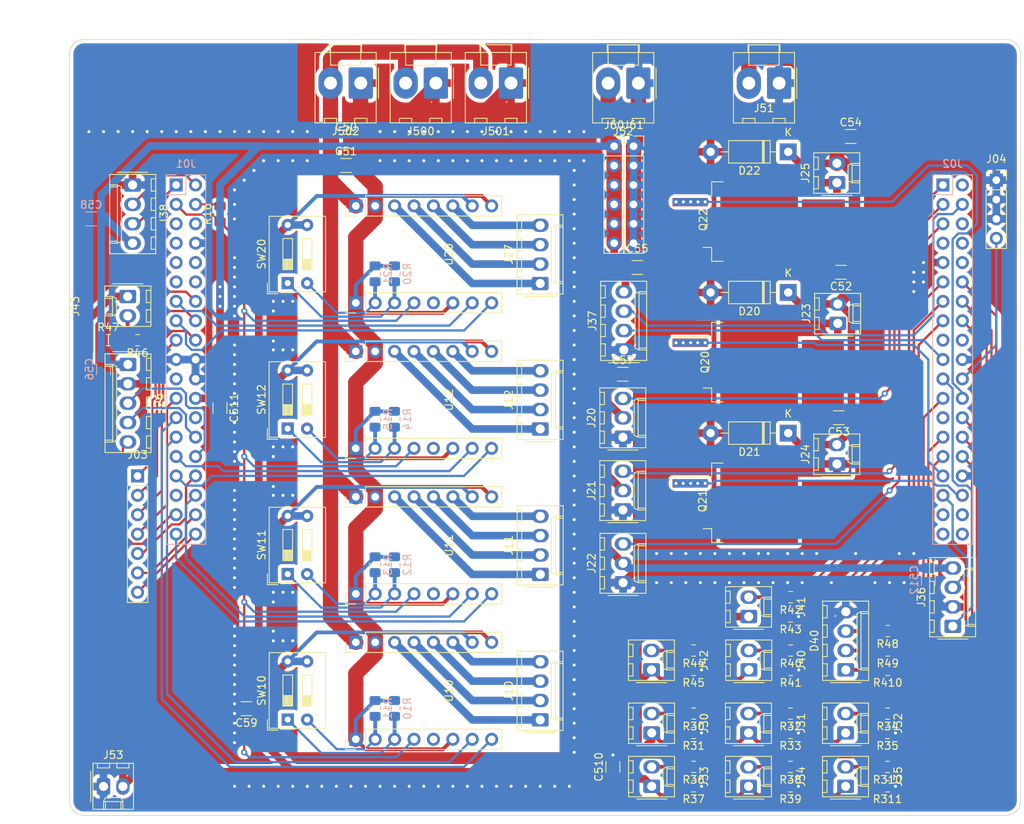
<source format=kicad_pcb>
(kicad_pcb (version 20211014) (generator pcbnew)
  (layers (0 "F.Cu" signal) (31 "B.Cu" signal) (34 "B.Paste" user) (35 "F.Paste" user) (36 "B.SilkS" user "B.Silkscreen") (37 "F.SilkS" user "F.Silkscreen") (38 "B.Mask" user) (39 "F.Mask" user) (44 "Edge.Cuts" user))
  (net 0 "")
  (net 1 "/V_LIPO")
  (net 2 "GND")
  (net 3 "/electroaimant_12V")
  (net 4 "/5V_7SEG")
  (net 5 "/SW_3V3")
  (net 6 "Net-(D20-Pad2)")
  (net 7 "Net-(D21-Pad2)")
  (net 8 "Net-(D22-Pad2)")
  (net 9 "Net-(D40-Pad1)")
  (net 10 "Net-(D40-Pad2)")
  (net 11 "Net-(D40-Pad3)")
  (net 12 "/7SEG_RX")
  (net 13 "/7SEG_TX")
  (net 14 "/VDD")
  (net 15 "/E5V")
  (net 16 "/BOOT0")
  (net 20 "/IOREF")
  (net 21 "/PA_13")
  (net 22 "/RESET")
  (net 23 "/D3")
  (net 24 "/3V3")
  (net 25 "/PA_15")
  (net 26 "/5V")
  (net 27 "/PB_7")
  (net 28 "/D0")
  (net 30 "/D1")
  (net 31 "/PA_0")
  (net 32 "/PH_0")
  (net 33 "/PA_1")
  (net 34 "/D2")
  (net 35 "/PA_4")
  (net 36 "/VBAT")
  (net 37 "/PB_0")
  (net 38 "/PC_2")
  (net 39 "/PC_1")
  (net 40 "/PC_0")
  (net 41 "/PC_9")
  (net 42 "/PC_8")
  (net 43 "/PB_8")
  (net 44 "/LORA_RX")
  (net 45 "/PB_9")
  (net 46 "/PC_5")
  (net 47 "/AVDD")
  (net 48 "/U5V")
  (net 50 "/PA_5")
  (net 51 "/PA_12")
  (net 52 "/PA_6")
  (net 53 "/PA_11")
  (net 54 "/PA_7")
  (net 55 "/PB_12")
  (net 56 "/PB_6")
  (net 58 "/LORA_TX")
  (net 59 "/LIDAR_RX")
  (net 60 "/PB_2")
  (net 61 "/PA_8")
  (net 62 "/PB_1")
  (net 63 "/PB_10")
  (net 64 "/PB_15")
  (net 65 "/PB_4")
  (net 66 "/PB_14")
  (net 67 "/PB_5")
  (net 68 "/PB_13")
  (net 69 "/PB_3")
  (net 70 "/LIDAR_TX")
  (net 71 "/PC_4")
  (net 72 "/PA_2")
  (net 74 "/PA_3")
  (net 76 "/A02")
  (net 77 "/A01")
  (net 78 "/B01")
  (net 79 "/B02")
  (net 80 "/A12")
  (net 81 "/A11")
  (net 82 "/B11")
  (net 83 "/B12")
  (net 84 "/A22")
  (net 85 "/A21")
  (net 86 "/B21")
  (net 87 "/B22")
  (net 88 "/A32")
  (net 89 "/A31")
  (net 90 "/B31")
  (net 91 "/B32")
  (net 92 "Net-(J30-Pad2)")
  (net 93 "Net-(J31-Pad2)")
  (net 94 "Net-(J32-Pad2)")
  (net 95 "Net-(J33-Pad2)")
  (net 96 "Net-(J34-Pad2)")
  (net 97 "Net-(J35-Pad2)")
  (net 98 "Net-(J40-Pad2)")
  (net 99 "Net-(J41-Pad2)")
  (net 100 "Net-(J42-Pad2)")
  (net 101 "Net-(J43-Pad2)")
  (net 102 "Net-(R10-Pad1)")
  (net 103 "Net-(R11-Pad1)")
  (net 104 "Net-(R12-Pad1)")
  (net 105 "Net-(R13-Pad1)")
  (net 106 "Net-(R14-Pad1)")
  (net 107 "Net-(R15-Pad1)")
  (net 108 "Net-(R20-Pad1)")
  (net 109 "Net-(R21-Pad1)")
  (net 114 "/PC_13")
  (net 115 "/PC_15")
  (net 116 "/PC_12")
  (net 117 "/PD_2")
  (footprint "component:TMC2209" (layer "F.Cu") (at 79.3625 79.5725 90)
    (fp_text reference "U12")
    (fp_text value "TMC2209")
  )
  (footprint "Capacitor_SMD:C_0805_2012Metric_Pad1.18x1.45mm_HandSolder" (layer "F.Cu") (at 110.88 112.395 180)
    (fp_text reference "R44")
    (fp_text value "330")
  )
  (footprint "Capacitor_SMD:C_0805_2012Metric_Pad1.18x1.45mm_HandSolder" (layer "F.Cu") (at 123.56 123.19 180)
    (fp_text reference "R33")
    (fp_text value "1k")
  )
  (footprint "Capacitor_SMD:C_1206_3216Metric_Pad1.33x1.80mm_HandSolder" (layer "F.Cu") (at 130.175 62.865 180)
    (fp_text reference "C52")
    (fp_text value "100n")
  )
  (footprint "Connector_Molex:Molex_KK-254_AE-6410-02A_1x02_P2.54mm_Vertical" (layer "F.Cu") (at 118.0775 130.175 90)
    (fp_text reference "J34")
    (fp_text value "SW05")
  )
  (footprint "Capacitor_SMD:C_0805_2012Metric_Pad1.18x1.45mm_HandSolder" (layer "F.Cu") (at 136.26 120.65 180)
    (fp_text reference "R34")
    (fp_text value "330")
  )
  (footprint "Connector_Molex:Molex_KK-254_AE-6410-02A_1x02_P2.54mm_Vertical" (layer "F.Cu") (at 118.0975 107.95 90)
    (fp_text reference "J41")
    (fp_text value "SWcote")
  )
  (footprint "Capacitor_SMD:C_1206_3216Metric_Pad1.33x1.80mm_HandSolder" (layer "F.Cu") (at 52.3625 120.015 180)
    (fp_text reference "C59")
    (fp_text value "100n")
  )
  (footprint "Capacitor_SMD:C_0805_2012Metric_Pad1.18x1.45mm_HandSolder" (layer "F.Cu") (at 123.56 120.65 180)
    (fp_text reference "R32")
    (fp_text value "330")
  )
  (footprint "Connector_Molex:Molex_KK-396_A-41791-0002_1x02_P3.96mm_Vertical" (layer "F.Cu") (at 103.655 38.1 180)
    (fp_text reference "J52")
    (fp_text value "5V_IN")
  )
  (footprint "Diode_THT:D_DO-41_SOD81_P10.16mm_Horizontal" (layer "F.Cu") (at 123.265 47.095 180)
    (fp_text reference "D22")
    (fp_text value "1N4007")
  )
  (footprint "Connector_Molex:Molex_KK-254_AE-6410-04A_1x04_P2.54mm_Vertical" (layer "F.Cu") (at 90.8125 83.3825 90)
    (fp_text reference "J12")
    (fp_text value "MOT3")
  )
  (footprint "Button_Switch_THT:SW_DIP_SPSTx02_Slide_9.78x7.26mm_W7.62mm_P2.54mm" (layer "F.Cu") (at 57.76 64.29 90)
    (fp_text reference "SW20")
    (fp_text value "SW_DIP_x02")
  )
  (footprint "Diode_THT:D_DO-41_SOD81_P10.16mm_Horizontal" (layer "F.Cu") (at 123.265 65.51 180)
    (fp_text reference "D20")
    (fp_text value "1N4007")
  )
  (footprint "Capacitor_SMD:C_0805_2012Metric_Pad1.18x1.45mm_HandSolder" (layer "F.Cu") (at 136.28 109.855 180)
    (fp_text reference "R48")
    (fp_text value "100")
  )
  (footprint "Connector_Molex:Molex_KK-254_AE-6410-02A_1x02_P2.54mm_Vertical" (layer "F.Cu") (at 129.635 87.97 90)
    (fp_text reference "J24")
    (fp_text value "vanne")
  )
  (footprint "Capacitor_SMD:C_1206_3216Metric_Pad1.33x1.80mm_HandSolder" (layer "F.Cu") (at 129.8825 81.915 180)
    (fp_text reference "C53")
    (fp_text value "100n")
  )
  (footprint "Connector_Molex:Molex_KK-254_AE-6410-02A_1x02_P2.54mm_Vertical" (layer "F.Cu") (at 36.8225 66.04 -90)
    (fp_text reference "J43")
    (fp_text value "reset")
  )
  (footprint "Capacitor_SMD:C_0805_2012Metric_Pad1.18x1.45mm_HandSolder" (layer "F.Cu") (at 38.1125 71.755 180)
    (fp_text reference "R46")
    (fp_text value "330")
  )
  (footprint "Capacitor_SMD:C_0805_2012Metric_Pad1.18x1.45mm_HandSolder" (layer "F.Cu") (at 34.29 71.755)
    (fp_text reference "R47")
    (fp_text value "1k")
  )
  (footprint "Capacitor_SMD:C_0805_2012Metric_Pad1.18x1.45mm_HandSolder" (layer "F.Cu") (at 136.26 127.635 180)
    (fp_text reference "R310")
    (fp_text value "330")
  )
  (footprint "Connector_Molex:Molex_KK-254_AE-6410-02A_1x02_P2.54mm_Vertical" (layer "F.Cu") (at 33.655 130.195)
    (fp_text reference "J53")
    (fp_text value "3V3_IN")
  )
  (footprint "Connector_Molex:Molex_KK-396_A-41791-0002_1x02_P3.96mm_Vertical" (layer "F.Cu") (at 77.1525 38.0875 180)
    (fp_text reference "J500")
    (fp_text value "VLIPO")
  )
  (footprint "Package_TO_SOT_SMD:TO-263-2" (layer "F.Cu") (at 116.195 93.05)
    (fp_text reference "Q21")
    (fp_text value "SW_vanne")
  )
  (footprint "Capacitor_SMD:C_1206_3216Metric_Pad1.33x1.80mm_HandSolder" (layer "F.Cu") (at 131.445 45.085)
    (fp_text reference "C54")
    (fp_text value "100n")
  )
  (footprint "Capacitor_SMD:C_0805_2012Metric_Pad1.18x1.45mm_HandSolder" (layer "F.Cu") (at 136.28 112.395 180)
    (fp_text reference "R49")
    (fp_text value "100")
  )
  (footprint "Connector_Molex:Molex_KK-254_AE-6410-03A_1x03_P2.54mm_Vertical" (layer "F.Cu") (at 101.6525 103.5175 90)
    (fp_text reference "J22")
    (fp_text value "servo dicristaline")
  )
  (footprint "Capacitor_SMD:C_1206_3216Metric_Pad1.33x1.80mm_HandSolder" (layer "F.Cu") (at 103.5175 62.2425)
    (fp_text reference "C55")
    (fp_text value "100n")
  )
  (footprint "Connector_Molex:Molex_KK-254_AE-6410-03A_1x03_P2.54mm_Vertical" (layer "F.Cu") (at 101.6325 93.9925 90)
    (fp_text reference "J21")
    (fp_text value "servo bras")
  )
  (footprint "component:TMC2209" (layer "F.Cu") (at 79.37 60.5225 90)
    (fp_text reference "U20")
    (fp_text value "TMC2209")
  )
  (footprint "Connector_Molex:Molex_KK-254_AE-6410-04A_1x04_P2.54mm_Vertical" (layer "F.Cu") (at 144.8 109.22 90)
    (fp_text reference "J36")
    (fp_text value "LORA")
  )
  (footprint "Connector_Molex:Molex_KK-254_AE-6410-05A_1x05_P2.54mm_Vertical" (layer "F.Cu") (at 36.845245 74.93 -90)
    (fp_text reference "J26")
    (fp_text value "SNDBOARD")
  )
  (footprint "Connector_Molex:Molex_KK-254_AE-6410-02A_1x02_P2.54mm_Vertical" (layer "F.Cu") (at 129.635 51.14 90)
    (fp_text reference "J25")
    (fp_text value "electroaimant")
  )
  (footprint "Connector_PinSocket_2.54mm:PinSocket_1x07_P2.54mm_Vertical" (layer "F.Cu") (at 38.1125 89.535)
    (fp_text reference "J03")
    (fp_text value "unused_L")
  )
  (footprint "Capacitor_SMD:C_1206_3216Metric_Pad1.33x1.80mm_HandSolder" (layer "F.Cu") (at 101.6125 76.2125)
    (fp_text reference "C57")
    (fp_text value "100n")
  )
  (footprint "Capacitor_SMD:C_0805_2012Metric_Pad1.18x1.45mm_HandSolder" (layer "F.Cu") (at 48.9075 55.245 90)
    (fp_text reference "R16")
    (fp_text value "1k")
  )
  (footprint "Capacitor_SMD:C_0805_2012Metric_Pad1.18x1.45mm_HandSolder" (layer "F.Cu") (at 123.58 107.95 180)
    (fp_text reference "R43")
    (fp_text value "1k")
  )
  (footprint "Capacitor_SMD:C_0805_2012Metric_Pad1.18x1.45mm_HandSolder" (layer "F.Cu") (at 123.6 112.395 180)
    (fp_text reference "R40")
    (fp_text value "330")
  )
  (footprint "Connector_Molex:Molex_KK-254_AE-6410-04A_1x04_P2.54mm_Vertical" (layer "F.Cu") (at 90.8225 102.4325 90)
    (fp_text reference "J11")
    (fp_text value "MOT2")
  )
  (footprint "Button_Switch_THT:SW_DIP_SPSTx02_Slide_9.78x7.26mm_W7.62mm_P2.54mm" (layer "F.Cu") (at 57.7525 83.34 90)
    (fp_text reference "SW12")
    (fp_text value "SW_DIP_x02")
  )
  (footprint "Connector_Molex:Molex_KK-254_AE-6410-02A_1x02_P2.54mm_Vertical" (layer "F.Cu") (at 129.75 69.555 90)
    (fp_text reference "J23")
    (fp_text value "pompe")
  )
  (footprint "Button_Switch_THT:SW_DIP_SPSTx02_Slide_9.78x7.26mm_W7.62mm_P2.54mm" (layer "F.Cu") (at 57.7625 121.44 90)
    (fp_text reference "SW10")
    (fp_text value "SW_DIP_x02")
  )
  (footprint "Connector_Molex:Molex_KK-254_AE-6410-02A_1x02_P2.54mm_Vertical" (layer "F.Cu") (at 118.1175 114.935 90)
    (fp_text reference "J40")
    (fp_text value "SWrobot")
  )
  (footprint "Connector_Molex:Molex_KK-396_A-41791-0002_1x02_P3.96mm_Vertical" (layer "F.Cu") (at 67.3225 38.0875 180)
    (fp_text reference "J502")
    (fp_text value "VLIPO")
  )
  (footprint "Connector_Molex:Molex_KK-254_AE-6410-02A_1x02_P2.54mm_Vertical" (layer "F.Cu") (at 130.7775 123.19 90)
    (fp_text reference "J32")
    (fp_text value "SW03")
  )
  (footprint "Connector_Molex:Molex_KK-254_AE-6410-02A_1x02_P2.54mm_Vertical" (layer "F.Cu") (at 105.3975 130.175 90)
    (fp_text reference "J33")
    (fp_text value "SW04")
  )
  (footprint "Capacitor_SMD:C_0805_2012Metric_Pad1.18x1.45mm_HandSolder" (layer "F.Cu") (at 123.58 105.41 180)
    (fp_text reference "R42")
    (fp_text value "330")
  )
  (footprint "Connector_Molex:Molex_KK-254_AE-6410-02A_1x02_P2.54mm_Vertical" (layer "F.Cu") (at 105.3775 114.935 90)
    (fp_text reference "J42")
    (fp_text value "Tirette")
  )
  (footprint "Connector_PinSocket_2.54mm:PinSocket_1x06_P2.54mm_Vertical" (layer "F.Cu") (at 100.48 46.355)
    (fp_text reference "J60")
    (fp_text value "5V_ext")
  )
  (footprint "Capacitor_SMD:C_0805_2012Metric_Pad1.18x1.45mm_HandSolder" (layer "F.Cu") (at 136.28 114.935 180)
    (fp_text reference "R410")
    (fp_text value "100")
  )
  (footprint "Connector_Molex:Molex_KK-396_A-41791-0002_1x02_P3.96mm_Vertical" (layer "F.Cu") (at 122.07 38.1 180)
    (fp_text reference "J51")
    (fp_text value "12V_IN")
  )
  (footprint "Capacitor_SMD:C_0805_2012Metric_Pad1.18x1.45mm_HandSolder" (layer "F.Cu") (at 110.88 123.19 180)
    (fp_text reference "R31")
    (fp_text value "1k")
  )
  (footprint "Connector_Molex:Molex_KK-396_A-41791-0002_1x02_P3.96mm_Vertical" (layer "F.Cu") (at 86.9825 38.0875 180)
    (fp_text reference "J501")
    (fp_text value "VLIPO")
  )
  (footprint "Diode_THT:D_DO-41_SOD81_P10.16mm_Horizontal" (layer "F.Cu") (at 123.265 83.925 180)
    (fp_text reference "D21")
    (fp_text value "1N4007")
  )
  (footprint "Connector_PinSocket_2.54mm:PinSocket_1x04_P2.54mm_Vertical" (layer "F.Cu") (at 150.495 50.8)
    (fp_text reference "J04")
    (fp_text value "unused_R")
  )
  (footprint "Capacitor_SMD:C_0805_2012Metric_Pad1.18x1.45mm_HandSolder" (layer "F.Cu") (at 110.88 127.635 180)
    (fp_text reference "R36")
    (fp_text value "330")
  )
  (footprint "Connector_Molex:Molex_KK-254_AE-6410-04A_1x04_P2.54mm_Vertical" (layer "F.Cu") (at 130.7975 114.935 90)
    (fp_text reference "D40")
    (fp_text value "LED_RGBK")
  )
  (footprint "Capacitor_SMD:C_1206_3216Metric_Pad1.33x1.80mm_HandSolder" (layer "F.Cu") (at 65.3925 48.8825)
    (fp_text reference "C51")
    (fp_text value "100n")
  )
  (footprint "Capacitor_SMD:C_1206_3216Metric_Pad1.33x1.80mm_HandSolder" (layer "F.Cu") (at 100.3175 127.635 90)
    (fp_text reference "C510")
    (fp_text value "100n")
  )
  (footprint "component:TMC2209" (layer "F.Cu") (at 79.3725 98.6225 90)
    (fp_text reference "U11")
    (fp_text value "TMC2209")
  )
  (footprint "Capacitor_SMD:C_0805_2012Metric_Pad1.18x1.45mm_HandSolder" (layer "F.Cu") (at 136.26 123.19 180)
    (fp_text reference "R35")
    (fp_text value "1k")
  )
  (footprint "Connector_Molex:Molex_KK-254_AE-6410-04A_1x04_P2.54mm_Vertical" (layer "F.Cu") (at 37.460245 51.435 -90)
    (fp_text reference "J38")
    (fp_text value "7SEG")
  )
  (footprint "Capacitor_SMD:C_0805_2012Metric_Pad1.18x1.45mm_HandSolder" (layer "F.Cu") (at 110.88 120.65 180)
    (fp_text reference "R30")
    (fp_text value "330")
  )
  (footprint "Connector_Molex:Molex_KK-254_AE-6410-02A_1x02_P2.54mm_Vertical" (layer "F.Cu") (at 118.0775 123.19 90)
    (fp_text reference "J31")
    (fp_text value "SW02")
  )
  (footprint "Connector_Molex:Molex_KK-254_AE-6410-03A_1x03_P2.54mm_Vertical" (layer "F.Cu") (at 101.6325 84.4675 90)
    (fp_text reference "J20")
    (fp_text value "servo orientation")
  )
  (footprint "Connector_Molex:Molex_KK-254_AE-6410-02A_1x02_P2.54mm_Vertical" (layer "F.Cu") (at 105.3975 123.19 90)
    (fp_text reference "J30")
    (fp_text value "SW01")
  )
  (footprint "Capacitor_SMD:C_0805_2012Metric_Pad1.18x1.45mm_HandSolder" (layer "F.Cu") (at 110.88 130.175 180)
    (fp_text reference "R37")
    (fp_text value "1k")
  )
  (footprint "Capacitor_SMD:C_1206_3216Metric_Pad1.33x1.80mm_HandSolder" (layer "F.Cu") (at 48.895 80.645 -90)
    (fp_text reference "C511")
    (fp_text value "100n")
  )
  (footprint "Connector_Molex:Molex_KK-254_AE-6410-02A_1x02_P2.54mm_Vertical" (layer "F.Cu") (at 130.7775 130.175 90)
    (fp_text reference "J35")
    (fp_text value "SW06")
  )
  (footprint "Capacitor_SMD:C_0805_2012Metric_Pad1.18x1.45mm_HandSolder" (layer "F.Cu") (at 123.6 114.935 180)
    (fp_text reference "R41")
    (fp_text value "1k")
  )
  (footprint "Connector_Molex:Molex_KK-254_AE-6410-04A_1x04_P2.54mm_Vertical" (layer "F.Cu") (at 90.805 64.3325 90)
    (fp_text reference "J27")
    (fp_text value "MOT_actionneur")
  )
  (footprint "Package_TO_SOT_SMD:TO-263-2" (layer "F.Cu") (at 116.195 74.635)
    (fp_text reference "Q20")
    (fp_text value "SW_pompe")
  )
  (footprint "Connector_Molex:Molex_KK-254_AE-6410-04A_1x04_P2.54mm_Vertical" (layer "F.Cu") (at 101.75 73.0375 90)
    (fp_text reference "J37")
    (fp_text value "LORA")
  )
  (footprint "Capacitor_SMD:C_1206_3216Metric_Pad1.33x1.80mm_HandSolder" (layer "F.Cu") (at 65.3925 45.7075)
    (fp_text reference "C50")
    (fp_text value "100n")
  )
  (footprint "Capacitor_SMD:C_0805_2012Metric_Pad1.18x1.45mm_HandSolder" (layer "F.Cu") (at 123.56 130.175 180)
    (fp_text reference "R39")
    (fp_text value "1k")
  )
  (footprint "Button_Switch_THT:SW_DIP_SPSTx02_Slide_9.78x7.26mm_W7.62mm_P2.54mm" (layer "F.Cu") (at 57.7625 102.39 90)
    (fp_text reference "SW11")
    (fp_text value "SW_DIP_x02")
  )
  (footprint "component:TMC2209" (layer "F.Cu") (at 79.3725 117.6725 90)
    (fp_text reference "U10")
    (fp_text value "TMC2209")
  )
  (footprint "Connector_PinSocket_2.54mm:PinSocket_1x06_P2.54mm_Vertical" (layer "F.Cu") (at 103.02 46.355)
    (fp_text reference "J61")
    (fp_text value "GND_ext")
  )
  (footprint "Capacitor_SMD:C_0805_2012Metric_Pad1.18x1.45mm_HandSolder" (layer "F.Cu") (at 110.88 114.935 180)
    (fp_text reference "R45")
    (fp_text value "1k")
  )
  (footprint "Capacitor_SMD:C_0805_2012Metric_Pad1.18x1.45mm_HandSolder" (layer "F.Cu") (at 136.26 130.175 180)
    (fp_text reference "R311")
    (fp_text value "1k")
  )
  (footprint "Package_TO_SOT_SMD:TO-263-2" (layer "F.Cu") (at 116.195 56.22)
    (fp_text reference "Q22")
    (fp_text value "SW_pompe")
  )
  (footprint "Capacitor_SMD:C_0805_2012Metric_Pad1.18x1.45mm_HandSolder" (layer "F.Cu") (at 123.56 127.635 180)
    (fp_text reference "R38")
    (fp_text value "330")
  )
  (footprint "Connector_Molex:Molex_KK-254_AE-6410-04A_1x04_P2.54mm_Vertical" (layer "F.Cu") (at 90.8075 121.4825 90)
    (fp_text reference "J10")
    (fp_text value "MOT1")
  )
  (footprint "Connector_PinSocket_2.54mm:PinSocket_2x19_P2.54mm_Vertical" (layer "B.Cu") (at 43.16 51.4325 180)
    (fp_text reference "J01")
    (fp_text value "Conn_02x19_Odd_Even")
  )
  (footprint "Capacitor_SMD:C_0805_2012Metric_Pad1.18x1.45mm_HandSolder" (layer "B.Cu") (at 71.7375 119.98 90)
    (fp_text reference "R10")
    (fp_text value "1k")
  )
  (footprint "Capacitor_SMD:C_1206_3216Metric_Pad1.33x1.80mm_HandSolder" (layer "B.Cu") (at 33.6675 75.565 -90)
    (fp_text reference "C56")
    (fp_text value "100n")
  )
  (footprint "Capacitor_SMD:C_1206_3216Metric_Pad1.33x1.80mm_HandSolder" (layer "B.Cu") (at 32.0425 55.88 180)
    (fp_text reference "C58")
    (fp_text value "100n")
  )
  (footprint "Capacitor_SMD:C_0805_2012Metric_Pad1.18x1.45mm_HandSolder" (layer "B.Cu") (at 69.195 63.0625 90)
    (fp_text reference "R21")
    (fp_text value "1k")
  )
  (footprint "Capacitor_SMD:C_0805_2012Metric_Pad1.18x1.45mm_HandSolder" (layer "B.Cu") (at 69.1975 119.98 90)
    (fp_text reference "R11")
    (fp_text value "1k")
  )
  (footprint "Capacitor_SMD:C_0805_2012Metric_Pad1.18x1.45mm_HandSolder" (layer "B.Cu") (at 71.7275 82.1125 90)
    (fp_text reference "R14")
    (fp_text value "1k")
  )
  (footprint "Capacitor_SMD:C_0805_2012Metric_Pad1.18x1.45mm_HandSolder" (layer "B.Cu") (at 69.1975 101.1625 90)
    (fp_text reference "R13")
    (fp_text value "1k")
  )
  (footprint "Capacitor_SMD:C_1206_3216Metric_Pad1.33x1.80mm_HandSolder" (layer "B.Cu") (at 141.605 103.1625 -90)
    (fp_text reference "C512")
    (fp_text value "100n")
  )
  (footprint "Capacitor_SMD:C_0805_2012Metric_Pad1.18x1.45mm_HandSolder" (layer "B.Cu") (at 69.1875 82.1125 90)
    (fp_text reference "R15")
    (fp_text value "1k")
  )
  (footprint "Capacitor_SMD:C_0805_2012Metric_Pad1.18x1.45mm_HandSolder" (layer "B.Cu") (at 71.735 63.0625 90)
    (fp_text reference "R20")
    (fp_text value "1k")
  )
  (footprint "Connector_PinSocket_2.54mm:PinSocket_2x19_P2.54mm_Vertical" (layer "B.Cu") (at 143.51 51.435 180)
    (fp_text reference "J02")
    (fp_text value "Conn_02x19_Odd_Even")
  )
  (footprint "Capacitor_SMD:C_0805_2012Metric_Pad1.18x1.45mm_HandSolder" (layer "B.Cu") (at 71.7375 101.1625 90)
    (fp_text reference "R12")
    (fp_text value "1k")
  )
  (gr_arc (start 31.115 133.985) (mid 29.767962 133.427038) (end 29.21 132.08) (layer "Edge.Cuts") (width 0.1))
  (gr_arc (start 29.21 34.29) (mid 29.767962 32.942962) (end 31.115 32.385) (layer "Edge.Cuts") (width 0.1))
  (gr_line (start 151.765 133.985) (end 31.115 133.985) (layer "Edge.Cuts") (width 0.1))
  (gr_line (start 153.67 34.29) (end 153.67 132.08) (layer "Edge.Cuts") (width 0.1))
  (gr_arc (start 153.67 132.08) (mid 153.112038 133.427038) (end 151.765 133.985) (layer "Edge.Cuts") (width 0.1))
  (gr_line (start 29.21 132.08) (end 29.21 34.29) (layer "Edge.Cuts") (width 0.1))
  (gr_line (start 31.115 32.385) (end 151.765 32.385) (layer "Edge.Cuts") (width 0.1))
  (gr_arc (start 151.765 32.385) (mid 153.112038 32.942962) (end 153.67 34.29) (layer "Edge.Cuts") (width 0.1))
  (segment (start 73.1925 34.0325) (end 82.4175 34.0325) (width 2) (layer "F.Cu") (net 1))
  (segment (start 63.3625 50.865) (end 66.67 54.1725) (width 2) (layer "F.Cu") (net 1))
  (segment (start 82.4175 34.0325) (end 83.0225 34.6375) (width 2) (layer "F.Cu") (net 1))
  (segment (start 63.3625 38.0875) (end 63.3625 34.9775) (width 2) (layer "F.Cu") (net 1))
  (segment (start 63.3625 38.0875) (end 63.3625 50.865) (width 2) (layer "F.Cu") (net 1))
  (segment (start 63.3625 69.9225) (end 66.6625 73.2225) (width 2) (layer "F.Cu") (net 1))
  (segment (start 63.3625 88.9625) (end 63.3625 108.0125) (width 2) (layer "F.Cu") (net 1))
  (segment (start 63.3625 69.9225) (end 63.3625 88.9625) (width 2) (layer "F.Cu") (net 1))
  (segment (start 64.3075 34.0325) (end 73.1925 34.0325) (width 2) (layer "F.Cu") (net 1))
  (segment (start 63.3625 50.865) (end 63.3625 69.9225) (width 2) (layer "F.Cu") (net 1))
  (segment (start 63.3625 34.9775) (end 64.3075 34.0325) (width 2) (layer "F.Cu") (net 1))
  (segment (start 63.3625 88.9625) (end 66.6725 92.2725) (width 2) (layer "F.Cu") (net 1))
  (segment (start 63.3625 108.0125) (end 66.6725 111.3225) (width 2) (layer "F.Cu") (net 1))
  (segment (start 73.1925 38.0875) (end 73.1925 34.0325) (width 2) (layer "F.Cu") (net 1))
  (segment (start 83.0225 34.6375) (end 83.0225 38.0875) (width 2) (layer "F.Cu") (net 1))
  (segment (start 68.73 90.84) (end 69.2125 91.3225) (width 2) (layer "F.Cu") (net 2))
  (segment (start 66.6625 88.7725) (end 68.73 90.84) (width 2) (layer "F.Cu") (net 2))
  (segment (start 78.072989 106.272011) (end 66.692011 106.272011) (width 0.5) (layer "F.Cu") (net 2))
  (segment (start 67.2975 42.1075) (end 67.2975 38.1125) (width 2) (layer "F.Cu") (net 2))
  (segment (start 84.45 54.1725) (end 83.150489 52.872989) (width 0.5) (layer "F.Cu") (net 2))
  (segment (start 69.21 52.275) (end 69.21 51.64) (width 2) (layer "F.Cu") (net 2))
  (segment (start 68.870489 71.922989) (end 68.41625 71.46875) (width 0.5) (layer "F.Cu") (net 2))
  (segment (start 69.2125 91.3225) (end 69.2125 92.2725) (width 2) (layer "F.Cu") (net 2))
  (segment (start 77.1525 38.528334) (end 73.573334 42.1075) (width 2) (layer "F.Cu") (net 2))
  (segment (start 66.6625 77.321522) (end 69.2025 74.781522) (width 2) (layer "F.Cu") (net 2))
  (segment (start 103.44702 76.48452) (end 103.175 76.2125) (width 1) (layer "F.Cu") (net 2))
  (segment (start 78.070489 68.172011) (end 66.692011 68.172011) (width 0.5) (layer "F.Cu") (net 2))
  (segment (start 69.2125 110.0625) (end 66.6725 107.5225) (width 2) (layer "F.Cu") (net 2))
  (segment (start 66.692011 106.272011) (end 66.6725 106.2525) (width 0.5) (layer "F.Cu") (net 2))
  (segment (start 69.2025 72.255) (end 69.2025 73.2225) (width 2) (layer "F.Cu") (net 2))
  (segment (start 69.21 55.731522) (end 69.21 54.1725) (width 2) (layer "F.Cu") (net 2))
  (segment (start 105.08 62.2425) (end 105.08 69.7075) (width 1) (layer "F.Cu") (net 2))
  (segment (start 73.573334 42.1075) (end 67.2975 42.1075) (width 2) (layer "F.Cu") (net 2))
  (segment (start 69.2025 74.781522) (end 69.2025 73.2225) (width 2) (layer "F.Cu") (net 2))
  (segment (start 67.972011 125.322011) (end 66.6725 124.0225) (width 0.5) (layer "F.Cu") (net 2))
  (segment (start 66.67 69.7225) (end 68.41625 71.46875) (width 2) (layer "F.Cu") (net 2))
  (segment (start 84.4425 73.2225) (end 83.142989 71.922989) (width 0.5) (layer "F.Cu") (net 2))
  (segment (start 103.02 46.355) (end 103.02 59.055) (width 2) (layer "F.Cu") (net 2))
  (segment (start 83.150489 52.872989) (end 69.807989 52.872989) (width 0.5) (layer "F.Cu") (net 2))
  (segment (start 66.6725 96.371522) (end 69.2125 93.831522) (width 2) (layer "F.Cu") (net 2))
  (segment (start 66.6725 115.421522) (end 69.2125 112.881522) (width 2) (layer "F.Cu") (net 2))
  (segment (start 103.655 38.1) (end 103.655 45.72) (width 2) (layer "F.Cu") (net 2))
  (segment (start 84.4525 92.2725) (end 83.152989 90.972989) (width 0.5) (layer "F.Cu") (net 2))
  (segment (start 66.6725 124.0225) (end 66.6725 115.421522) (width 2) (layer "F.Cu") (net 2))
  (segment (start 69.2125 111.3225) (end 69.2125 110.0625) (width 2) (layer "F.Cu") (net 2))
  (segment (start 84.4525 111.3225) (end 83.152989 110.022989) (width 0.5) (layer "F.Cu") (net 2))
  (segment (start 101.6525 103.5175) (end 103.44702 101.72298) (width 1) (layer "F.Cu") (net 2))
  (segment (start 78.072989 125.322011) (end 67.972011 125.322011) (width 0.5) (layer "F.Cu") (net 2))
  (segment (start 66.6725 106.2525) (end 66.6725 104.9725) (width 2) (layer "F.Cu") (net 2))
  (segment (start 79.37 66.8725) (end 78.070489 68.172011) (width 0.5) (layer "F.Cu") (net 2))
  (segment (start 69.252011 110.022989) (end 69.2125 110.0625) (width 0.5) (layer "F.Cu") (net 2))
  (segment (start 105.08 74.3075) (end 103.175 76.2125) (width 1) (layer "F.Cu") (net 2))
  (segment (start 66.6725 107.5225) (end 66.6725 106.2525) (width 2) (layer "F.Cu") (net 2))
  (segment (start 83.403334 42.1075) (end 73.573334 42.1075) (width 2) (layer "F.Cu") (net 2))
  (segment (start 66.67 68.15) (end 66.67 69.7225) (width 2) (layer "F.Cu") (net 2))
  (segment (start 103.655 45.72) (end 103.02 46.355) (width 2) (layer "F.Cu") (net 2))
  (segment (start 68.862989 90.972989) (end 68.73 90.84) (width 0.5) (layer "F.Cu") (net 2))
  (segment (start 69.807989 52.872989) (end 69.21 52.275) (width 0.5) (layer "F.Cu") (net 2))
  (segment (start 103.44702 101.72298) (end 103.44702 76.48452) (width 1) (layer "F.Cu") (net 2))
  (segment (start 86.9825 38.528334) (end 83.403334 42.1075) (width 2) (layer "F.Cu") (net 2))
  (segment (start 105.08 62.2425) (end 105.08 61.115) (width 1) (layer "F.Cu") (net 2))
  (segment (start 83.142989 71.922989) (end 68.870489 71.922989) (width 0.5) (layer "F.Cu") (net 2))
  (segment (start 79.3725 104.9725) (end 78.072989 106.272011) (width 0.5) (layer "F.Cu") (net 2))
  (segment (start 67.2975 49.7275) (end 67.2975 42.1075) (width 2) (layer "F.Cu") (net 2))
  (segment (start 105.08 61.115) (end 103.02 59.055) (width 1) (layer "F.Cu") (net 2))
  (segment (start 83.152989 110.022989) (end 69.252011 110.022989) (width 0.5) (layer "F.Cu") (net 2))
  (segment (start 78.062989 87.222011) (end 66.692011 87.222011) (width 0.5) (layer "F.Cu") (net 2))
  (segment (start 79.3725 124.0225) (end 78.072989 125.322011) (width 0.5) (layer "F.Cu") (net 2))
  (segment (start 83.152989 90.972989) (end 68.862989 90.972989) (width 0.5) (layer "F.Cu") (net 2))
  (segment (start 66.67 66.8725) (end 66.67 58.271522) (width 2) (layer "F.Cu") (net 2))
  (segment (start 66.6625 85.9225) (end 66.6625 88.7725) (width 2) (layer "F.Cu") (net 2))
  (segment (start 69.21 51.64) (end 67.2975 49.7275) (width 2) (layer "F.Cu") (net 2))
  (segment (start 66.6725 104.9725) (end 66.6725 96.371522) (width 2) (layer "F.Cu") (net 2))
  (segment (start 69.21 54.1725) (end 69.21 52.275) (width 2) (layer "F.Cu") (net 2))
  (segment (start 66.67 58.271522) (end 69.21 55.731522) (width 2) (layer "F.Cu") (net 2))
  (segment (start 66.692011 87.222011) (end 66.6625 87.1925) (width 0.5) (layer "F.Cu") (net 2))
  (segment (start 69.2125 112.881522) (end 69.2125 111.3225) (width 2) (layer "F.Cu") (net 2))
  (segment (start 68.41625 71.46875) (end 69.2025 72.255) (width 2) (layer "F.Cu") (net 2))
  (segment (start 66.6625 85.9225) (end 66.6625 77.321522) (width 2) (layer "F.Cu") (net 2))
  (segment (start 79.3625 85.9225) (end 78.062989 87.222011) (width 0.5) (layer "F.Cu") (net 2))
  (segment (start 66.692011 68.172011) (end 66.67 68.15) (width 0.5) (layer "F.Cu") (net 2))
  (segment (start 105.08 69.7075) (end 105.08 74.3075) (width 1) (layer "F.Cu") (net 2))
  (segment (start 66.67 66.8725) (end 66.67 68.15) (width 2) (layer "F.Cu") (net 2))
  (segment (start 69.2125 93.831522) (end 69.2125 92.2725) (width 2) (layer "F.Cu") (net 2))
  (segment (start 105.08 69.7075) (end 101.75 73.0375) (width 1) (layer "F.Cu") (net 2))
  (via (at 55.88 109.855) (size 0.8) (drill 0.4) (layers "F.Cu" "B.Cu") (net 2))
  (via (at 50.8 116.84) (size 0.8) (drill 0.4) (layers "F.Cu" "B.Cu") (net 2))
  (via (at 55.88 85.725) (size 0.8) (drill 0.4) (layers "F.Cu" "B.Cu") (net 2))
  (via (at 95.25 53.34) (size 0.8) (drill 0.4) (layers "F.Cu" "B.Cu") (net 2))
  (via (at 55.88 71.8695) (size 0.8) (drill 0.4) (layers "F.Cu" "B.Cu") (net 2))
  (via (at 95.25 66.675) (size 0.8) (drill 0.4) (layers "F.Cu" "B.Cu") (net 2))
  (via (at 109.855 99.695) (size 0.8) (drill 0.4) (layers "F.Cu" "B.Cu") (net 2))
  (via (at 60.325 130.175) (size 0.8) (drill 0.4) (layers "F.Cu" "B.Cu") (net 2))
  (via (at 100.3175 126.0725) (size 0.8) (drill 0.4) (layers "F.Cu" "B.Cu") (net 2))
  (via (at 50.8 102.87) (size 0.8) (drill 0.4) (layers "F.Cu" "B.Cu") (net 2))
  (via (at 95.25 91.44) (size 0.8) (drill 0.4) (layers "F.Cu" "B.Cu") (net 2))
  (via (at 139.7 64.135) (size 0.8) (drill 0.4) (layers "F.Cu" "B.Cu") (net 2))
  (via (at 50.8 91.44) (size 0.8) (drill 0.4) (layers "F.Cu" "B.Cu") (net 2))
  (via (at 50.8 109.22) (size 0.8) (drill 0.4) (layers "F.Cu" "B.Cu") (net 2))
  (via (at 67.945 130.175) (size 0.8) (drill 0.4) (layers "F.Cu" "B.Cu") (net 2))
  (via (at 77.47 130.175) (size 0.8) (drill 0.4) (layers "F.Cu" "B.Cu") (net 2))
  (via (at 50.8 64.77) (size 0.8) (drill 0.4) (layers "F.Cu" "B.Cu") (net 2))
  (via (at 95.25 76.2) (size 0.8) (drill 0.4) (layers "F.Cu" "B.Cu") (net 2))
  (via (at 33.655 44.45) (size 0.8) (drill 0.4) (layers "F.Cu" "B.Cu") (net 2))
  (via (at 50.8 101.6) (size 0.8) (drill 0.4) (layers "F.Cu" "B.Cu") (net 2))
  (via (at 57.15 66.675) (size 0.8) (drill 0.4) (layers "F.Cu" "B.Cu") (net 2))
  (via (at 119.38 99.695) (size 0.8) (drill 0.4) (layers "F.Cu" "B.Cu") (net 2))
  (via (at 50.8 60.96) (size 0.8) (drill 0.4) (layers "F.Cu" "B.Cu") (net 2))
  (via (at 50.8 63.5) (size 0.8) (drill 0.4) (layers "F.Cu" "B.Cu") (net 2))
  (via (at 41.275 44.45) (size 0.8) (drill 0.4) (layers "F.Cu" "B.Cu") (net 2))
  (via (at 85.09 44.45) (size 0.8) (drill 0.4) (layers "F.Cu" "B.Cu") (net 2))
  (via (at 69.85 48.26) (size 0.8) (drill 0.4) (layers "F.Cu" "B.Cu") (net 2))
  (via (at 95.25 97.155) (size 0.8) (drill 0.4) (layers "F.Cu" "B.Cu") (net 2))
  (via (at 95.25 125.73) (size 0.8) (drill 0.4) (layers "F.Cu" "B.Cu") (net 2))
  (via (at 115.57 99.695) (size 0.8) (drill 0.4) (layers "F.Cu" "B.Cu") (net 2))
  (via (at 92.71 44.45) (size 0.8) (drill 0.4) (layers "F.Cu" "B.Cu") (net 2))
  (via (at 50.8 99.06) (size 0.8) (drill 0.4) (layers "F.Cu" "B.Cu") (net 2))
  (via (at 55.88 86.995) (size 0.8) (drill 0.4) (layers "F.Cu" "B.Cu") (net 2))
  (via (at 50.8 95.25) (size 0.8) (drill 0.4) (layers "F.Cu" "B.Cu") (net 2))
  (via (at 124.6375 114.935) (size 0.8) (drill 0.4) (layers "F.Cu" "B.Cu") (net 2))
  (via (at 111.9175 114.935) (size 0.8) (drill 0.4) (layers "F.Cu" "B.Cu") (net 2))
  (via (at 95.25 110.49) (size 0.8) (drill 0.4) (layers "F.Cu" "B.Cu") (net 2))
  (via (at 92.71 130.175) (size 0.8) (drill 0.4) (layers "F.Cu" "B.Cu") (net 2))
  (via (at 95.25 81.915) (size 0.8) (drill 0.4) (layers "F.Cu" "B.Cu") (net 2))
  (via (at 137.2975 123.19) (size 0.8) (drill 0.4) (layers "F.Cu" "B.Cu") (net 2))
  (via (at 50.8 96.52) (size 0.8) (drill 0.4) (layers "F.Cu" "B.Cu") (net 2))
  (via (at 140.97 61.595) (size 0.8) (drill 0.4) (layers "F.Cu" "B.Cu") (net 2))
  (via (at 50.8 104.14) (size 0.8) (drill 0.4) (layers "F.Cu" "B.Cu") (net 2))
  (via (at 48.895 44.45) (size 0.8) (drill 0.4) (layers "F.Cu" "B.Cu") (net 2))
  (via (at 73.66 44.45) (size 0.8) (drill 0.4) (layers "F.Cu" "B.Cu") (net 2))
  (via (at 71.755 130.175) (size 0.8) (drill 0.4) (layers "F.Cu" "B.Cu") (net 2))
  (via (at 50.8 97.79) (size 0.8) (drill 0.4) (layers "F.Cu" "B.Cu") (net 2))
  (via (at 95.25 108.585) (size 0.8) (drill 0.4) (layers "F.Cu" "B.Cu") (net 2))
  (via (at 125.095 99.695) (size 0.8) (drill 0.4) (layers "F.Cu" "B.Cu") (net 2))
  (via (at 85.09 130.175) (size 0.8) (drill 0.4) (layers "F.Cu" "B.Cu") (net 2))
  (via (at 113.665 103.505) (size 0.8) (drill 0.4) (layers "F.Cu" "B.Cu") (net 2))
  (via (at 123.19 103.505) (size 0.8) (drill 0.4) (layers "F.Cu" "B.Cu") (net 2))
  (via (at 60.325 44.45) (size 0.8) (drill 0.4) (layers "F.Cu" "B.Cu") (net 2))
  (via (at 96.52 48.26) (size 0.8) (drill 0.4) (layers "F.Cu" "B.Cu") (net 2))
  (via (at 45.085 44.45) (size 0.8) (drill 0.4) (layers "F.Cu" "B.Cu") (net 2))
  (via (at 88.9 130.175) (size 0.8) (drill 0.4) (layers "F.Cu" "B.Cu") (net 2))
  (via (at 55.88 104.775) (size 0.8) (drill 0.4) (layers "F.Cu" "B.Cu") (net 2))
  (via (at 50.8 66.04) (size 0.8) (drill 0.4) (layers "F.Cu" "B.Cu") (net 2))
  (via (at 56.515 44.45) (size 0.8) (drill 0.4) (layers "F.Cu" "B.Cu") (net 2))
  (via (at 50.8 111.76) (size 0.8) (drill 0.4) (layers "F.Cu" "B.Cu") (net 2))
  (via (at 73.66 48.26) (size 0.8) (drill 0.4) (layers "F.Cu" "B.Cu") (net 2))
  (via (at 58.42 48.26) (size 0.8) (drill 0.4) (layers "F.Cu" "B.Cu") (net 2))
  (via (at 58.42 44.45) (size 0.8) (drill 0.4) (layers "F.Cu" "B.Cu") (net 2))
  (via (at 138.43 103.505) (size 0.8) (drill 0.4) (layers "F.Cu" "B.Cu") (net 2))
  (via (at 95.25 64.77) (size 0.8) (drill 0.4) (layers "F.Cu" "B.Cu") (net 2))
  (via (at 50.8 120.65) (size 0.8) (drill 0.4) (layers "F.Cu" "B.Cu") (net 2))
  (via (at 81.28 48.26) (size 0.8) (drill 0.4) (layers "F.Cu" "B.Cu") (net 2))
  (via (at 55.88 111.125) (size 0.8) (drill 0.4) (layers "F.Cu" "B.Cu") (net 2))
  (via (at 88.9 44.45) (size 0.8) (drill 0.4) (layers "F.Cu" "B.Cu") (net 2))
  (via (at 95.25 55.245) (size 0.8) (drill 0.4) (layers "F.Cu" "B.Cu") (net 2))
  (via (at 123.19 99.695) (size 0.8) (drill 0.4) (layers "F.Cu" "B.Cu") (net 2))
  (via (at 58.42 104.775) (size 0.8) (drill 0.4) (layers "F.Cu" "B.Cu") (net 2))
  (via (at 50.8 113.03) (size 0.8) (drill 0.4) (layers "F.Cu" "B.Cu") (net 2))
  (via (at 107.95 99.695) (size 0.8) (drill 0.4) (layers "F.Cu" "B.Cu") (net 2))
  (via (at 95.25 99.06) (size 0.8) (drill 0.4) (layers "F.Cu" "B.Cu") (net 2))
  (via (at 95.25 106.68) (size 0.8) (drill 0.4) (layers "F.Cu" "B.Cu") (net 2))
  (via (at 137.795 99.695) (size 0.8) (drill 0.4) (layers "F.Cu" "B.Cu") (net 2))
  (via (at 119.38 103.505) (size 0.8) (drill 0.4) (layers "F.Cu" "B.Cu") (net 2))
  (via (at 54.61 44.45) (size 0.8) (drill 0.4) (layers "F.Cu" "B.Cu") (net 2))
  (via (at 124.5975 130.175) (size 0.8) (drill 0.4) (layers "F.Cu" "B.Cu") (net 2))
  (via (at 43.18 44.45) (size 0.8) (drill 0.4) (layers "F.Cu" "B.Cu") (net 2))
  (via (at 50.8 85.09) (size 0.8) (drill 0.4) (layers "F.Cu" "B.Cu") (net 2))
  (via (at 66.04 130.175) (size 0.8) (drill 0.4) (layers "F.Cu" "B.Cu") (net 2))
  (via (at 109.855 103.505) (size 0.8) (drill 0.4) (layers "F.Cu" "B.Cu") (net 2))
  (via (at 95.25 104.775) (size 0.8) (drill 0.4) (layers "F.Cu" "B.Cu") (net 2))
  (via (at 71.755 44.45) (size 0.8) (drill 0.4) (layers "F.Cu" "B.Cu") (net 2))
  (via (at 95.25 72.39) (size 0.8) (drill 0.4) (layers "F.Cu" "B.Cu") (net 2))
  (via (at 79.375 48.26) (size 0.8) (drill 0.4) (layers "F.Cu" "B.Cu") (net 2))
  (via (at 52.705 130.175) (size 0.8) (drill 0.4) (layers "F.Cu" "B.Cu") (net 2))
  (via (at 79.375 130.175) (size 0.8) (drill 0.4) (layers "F.Cu" "B.Cu") (net 2))
  (via (at 90.805 48.26) (size 0.8) (drill 0.4) (layers "F.Cu" "B.Cu") (net 2))
  (via (at 111.9175 123.19) (size 0.8) (drill 0.4) (layers "F.Cu" "B.Cu") (net 2))
  (via (at 69.85 44.45) (size 0.8) (drill 0.4) (layers "F.Cu" "B.Cu") (net 2))
  (via (at 86.995 130.175) (size 0.8) (drill 0.4) (layers "F.Cu" "B.Cu") (net 2))
  (via (at 58.42 73.025) (size 0.8) (drill 0.4) (layers "F.Cu" "B.Cu") (net 2))
  (via (at 50.8 72.39) (size 0.8) (drill 0.4) (layers "F.Cu" "B.Cu") (net 2))
  (via (at 55.88 90.9195) (size 0.8) (drill 0.4) (layers "F.Cu" "B.Cu") (net 2))
  (via (at 37.465 44.45) (size 0.8) (drill 0.4) (layers "F.Cu" "B.Cu") (net 2))
  (via (at 58.42 111.125) (size 0.8) (drill 0.4) (layers "F.Cu" "B.Cu") (net 2))
  (via (at 81.28 44.45) (size 0.8) (drill 0.4) (layers "F.Cu" "B.Cu") (net 2))
  (via (at 136.525 103.505) (size 0.8) (drill 0.4) (layers "F.Cu" "B.Cu") (net 2))
  (via (at 95.25 87.63) (size 0.8) (drill 0.4) (layers "F.Cu" "B.Cu") (net 2))
  (via (at 95.25 121.92) (size 0.8) (drill 0.4) (layers "F.Cu" "B.Cu") (net 2))
  (via (at 125.095 103.505) (size 0.8) (drill 0.4) (layers "F.Cu" "B.Cu") (net 2))
  (via (at 95.25 57.15) (size 0.8) (drill 0.4) (layers "F.Cu" "B.Cu") (net 2))
  (via (at 111.9175 130.175) (size 0.8) (drill 0.4) (layers "F.Cu" "B.Cu") (net 2))
  (via (at 39.37 44.45) (size 0.8) (drill 0.4) (layers "F.Cu" "B.Cu") (net 2))
  (via (at 50.8 121.92) (size 0.8) (drill 0.4) (layers "F.Cu" "B.Cu") (net 2))
  (via (at 139.7 62.865) (size 0.8) (drill 0.4) (layers "F.Cu" "B.Cu") (net 2))
  (via (at 79.375 44.45) (size 0.8) (drill 0.4) (layers "F.Cu" "B.Cu") (net 2))
  (via (at 95.25 60.96) (size 0.8) (drill 0.4) (layers "F.Cu" "B.Cu") (net 2))
  (via (at 75.565 130.175) (size 0.8) (drill 0.4) (layers "F.Cu" "B.Cu") (net 2))
  (via (at 35.56 44.45) (size 0.8) (drill 0.4) (layers "F.Cu" "B.Cu") (net 2))
  (via (at 94.615 44.45) (size 0.8) (drill 0.4) (layers "F.Cu" "B.Cu") (net 2))
  (via (at 88.9 48.26) (size 0.8) (drill 0.4) (layers "F.Cu" "B.Cu") (net 2))
  (via (at 90.805 130.175) (size 0.8) (drill 0.4) (layers "F.Cu" "B.Cu") (net 2))
  (via (at 50.8 110.49) (size 0.8) (drill 0.4) (layers "F.Cu" "B.Cu") (net 2))
  (via (at 50.8 77.47) (size 0.8) (drill 0.4) (layers "F.Cu" "B.Cu") (net 2))
  (via (at 86.995 48.26) (size 0.8) (drill 0.4) (layers "F.Cu" "B.Cu") (net 2))
  (via (at 50.8 130.175) (size 0.8) (drill 0.4) (layers "F.Cu" "B.Cu") (net 2))
  (via (at 95.25 74.295) (size 0.8) (drill 0.4) (layers "F.Cu" "B.Cu") (net 2))
  (via (at 57.15 73.025) (size 0.8) (drill 0.4) (layers "F.Cu" "B.Cu") (net 2))
  (via (at 31.75 44.45) (size 0.8) (drill 0.4) (layers "F.Cu" "B.Cu") (net 2))
  (via (at 95.25 85.725) (size 0.8) (drill 0.4) (layers "F.Cu" "B.Cu") (net 2))
  (via (at 106.045 103.505) (size 0.8) (drill 0.4) (layers "F.Cu" "B.Cu") (net 2))
  (via (at 106.045 99.695) (size 0.8) (drill 0.4) (layers "F.Cu" "B.Cu") (net 2))
  (via (at 137.2975 130.175) (size 0.8) (drill 0.4) (layers "F.Cu" "B.Cu") (net 2))
  (via (at 95.25 83.82) (size 0.8) (drill 0.4) (layers "F.Cu" "B.Cu") (net 2))
  (via (at 55.88 73.025) (size 0.8) (drill 0.4) (layers "F.Cu" "B.Cu") (net 2))
  (via (at 107.95 103.505) (size 0.8) (drill 0.4) (layers "F.Cu" "B.Cu") (net 2))
  (via (at 55.88 66.675) (size 0.8) (drill 0.4) (layers "F.Cu" "B.Cu") (net 2))
  (via (at 73.66 130.175) (size 0.8) (drill 0.4) (layers "F.Cu" "B.Cu") (net 2))
  (via (at 50.8 100.33) (size 0.8) (drill 0.4) (layers "F.Cu" "B.Cu") (net 2))
  (via (at 95.25 102.87) (size 0.8) (drill 0.4) (layers "F.Cu" "B.Cu") (net 2))
  (via (at 95.25 51.435) (size 0.8) (drill 0.4) (layers "F.Cu" "B.Cu") (net 2))
  (via (at 50.8 81.28) (size 0.8) (drill 0.4) (layers "F.Cu" "B.Cu") (net 2))
  (via (at 50.8 82.55) (size 0.8) (drill 0.4) (layers "F.Cu" "B.Cu") (net 2))
  (via (at 83.185 130.175) (size 0.8) (drill 0.4) (layers "F.Cu" "B.Cu") (net 2))
  (via (at 117.475 103.505) (size 0.8) (drill 0.4) (layers "F.Cu" "B.Cu") (net 2))
  (via (at 95.25 93.345) (size 0.8) (drill 0.4) (layers "F.Cu" "B.Cu") (net 2))
  (via (at 50.8 68.58) (size 0.8) (drill 0.4) (layers "F.Cu" "B.Cu") (net 2))
  (via (at 95.25 123.825) (size 0.8) (drill 0.4) (layers "F.Cu" "B.Cu") (net 2))
  (via (at 58.42 85.725) (size 0.8) (drill 0.4) (layers "F.Cu" "B.Cu") (net 2))
  (via (at 57.15 104.775) (size 0.8) (drill 0.4) (layers "F.Cu" "B.Cu") (net 2))
  (via (at 52.07 50.8) (size 0.8) (drill 0.4) (layers "F.Cu" "B.Cu") (net 2))
  (via (at 81.28 130.175) (size 0.8) (drill 0.4) (layers "F.Cu" "B.Cu") (net 2))
  (via (at 50.8 80.01) (size 0.8) (drill 0.4) (layers "F.Cu" "B.Cu") (net 2))
  (via (at 96.52 44.45) (size 0.8) (drill 0.4) (layers "F.Cu" "B.Cu") (net 2))
  (via (at 124.5975 123.19) (size 0.8) (drill 0.4) (layers "F.Cu" "B.Cu") (net 2))
  (via (at 58.42 130.175) (size 0.8) (drill 0.4) (layers "F.Cu" "B.Cu") (net 2))
  (via (at 50.8 73.66) (size 0.8) (drill 0.4) (layers "F.Cu" "B.Cu") (net 2))
  (via (at 95.25 118.11) (size 0.8) (drill 0.4) (layers "F.Cu" "B.Cu") (net 2))
  (via (at 50.8 118.11) (size 0.8) (drill 0.4) (layers "F.Cu" "B.Cu") (net 2))
  (via (at 69.85 130.175) (size 0.8) (drill 0.4) (layers "F.Cu" "B.Cu") (net 2))
  (via (at 140.97 62.865) (size 0.8) (drill 0.4) (layers "F.Cu" "B.Cu") (net 2))
  (via (at 56.515 130.175) (size 0.8) (drill 0.4) (layers "F.Cu" "B.Cu") (net 2))
  (via (at 56.515 48.26) (size 0.8) (drill 0.4) (layers "F.Cu" "B.Cu") (net 2))
  (via (at 58.42 66.675) (size 0.8) (drill 0.4) (layers "F.Cu" "B.Cu") (net 2))
  (via (at 50.8 78.74) (size 0.8) (drill 0.4) (layers "F.Cu" "B.Cu") (net 2))
  (via (at 50.8 87.63) (size 0.8) (drill 0.4) (layers "F.Cu" "B.Cu") (net 2))
  (via (at 50.8 67.31) (size 0.8) (drill 0.4) (layers "F.Cu" "B.Cu") (net 2))
  (via (at 95.25 49.53) (size 0.8) (drill 0.4) (layers "F.Cu" "B.Cu") (net 2))
  (via (at 139.7 99.695) (size 0.8) (drill 0.4) (layers "F.Cu" "B.Cu") (net 2))
  (via (at 121.285 103.505) (size 0.8) (drill 0.4) (layers "F.Cu" "B.Cu") (net 2))
  (via (at 57.15 85.725) (size 0.8) (drill 0.4) (layers "F.Cu" "B.Cu") (net 2))
  (via (at 124.6175 107.95) (size 0.8) (drill 0.4) (layers "F.Cu" "B.Cu") (net 2))
  (via (at 83.185 44.45) (size 0.8) (drill 0.4) (layers "F.Cu" "B.Cu") (net 2))
  (via (at 113.665 99.695) (size 0.8) (drill 0.4) (layers "F.Cu" "B.Cu") (net 2))
  (via (at 139.7 65.405) (size 0.8) (drill 0.4) (layers "F.Cu" "B.Cu") (net 2))
  (via (at 85.09 48.26) (size 0.8) (drill 0.4) (layers "F.Cu" "B.Cu") (net 2))
  (via (at 95.25 100.965) (size 0.8) (drill 0.4) (layers "F.Cu" "B.Cu") (net 2))
  (via (at 53.34 49.53) (size 0.8) (drill 0.4) (layers "F.Cu" "B.Cu") (net 2))
  (via (at 95.25 59.055) (size 0.8) (drill 0.4) (layers "F.Cu" "B.Cu") (net 2))
  (via (at 95.25 78.105) (size 0.8) (drill 0.4) (layers "F.Cu" "B.Cu") (net 2))
  (via (at 111.76 99.695) (size 0.8) (drill 0.4) (layers "F.Cu" "B.Cu") (net 2))
  (via (at 95.25 112.395) (size 0.8) (drill 0.4) (layers "F.Cu" "B.Cu") (net 2))
  (via (at 55.88 67.945) (size 0.8) (drill 0.4) (layers "F.Cu" "B.Cu") (net 2))
  (via (at 50.8 114.3) (size 0.8) (drill 0.4) (layers "F.Cu" "B.Cu") (net 2))
  (via (at 132.08 99.695) (size 0.8) (drill 0.4) (layers "F.Cu" "B.Cu") (net 2))
  (via (at 60.325 48.26) (size 0.8) (drill 0.4) (layers "F.Cu" "B.Cu") (net 2))
  (via (at 55.88 92.075) (size 0.8) (drill 0.4) (layers "F.Cu" "B.Cu") (net 2))
  (via (at 50.8 123.19) (size 0.8) (drill 0.4) (layers "F.Cu" "B.Cu") (net 2))
  (via (at 57.15 92.075) (size 0.8) (drill 0.4) (layers "F.Cu" "B.Cu") (net 2))
  (via (at 95.25 120.015) (size 0.8) (drill 0.4) (layers "F.Cu" "B.Cu") (net 2))
  (via (at 50.8 62.23) (size 0.8) (drill 0.4) (layers "F.Cu" "B.Cu") (net 2))
  (via (at 52.705 44.45) (size 0.8) (drill 0.4) (layers "F.Cu" "B.Cu") (net 2))
  (via (at 55.88 106.045) (size 0.8) (drill 0.4) (layers "F.Cu" "B.Cu") (net 2))
  (via (at 50.8 74.93) (size 0.8) (drill 0.4) (layers "F.Cu" "B.Cu") (net 2))
  (via (at 58.42 92.075) (size 0.8) (drill 0.4) (layers "F.Cu" "B.Cu") (net 2))
  (via (at 50.8 55.88) (size 0.8) (drill 0.4) (layers "F.Cu" "B.Cu") (net 2))
  (via (at 50.8 93.98) (size 0.8) (drill 0.4) (layers "F.Cu" "B.Cu") (net 2))
  (via (at 77.47 48.26) (size 0.8) (drill 0.4) (layers "F.Cu" "B.Cu") (net 2))
  (via (at 50.8 119.38) (size 0.8) (drill 0.4) (layers "F.Cu" "B.Cu") (net 2))
  (via (at 50.8 92.71) (size 0.8) (drill 0.4) (layers "F.Cu" "B.Cu") (net 2))
  (via (at 71.755 48.26) (size 0.8) (drill 0.4) (layers "F.Cu" "B.Cu") (net 2))
  (via (at 94.615 48.26) (size 0.8) (drill 0.4) (layers "F.Cu" "B.Cu") (net 2))
  (via (at 75.565 44.45) (size 0.8) (drill 0.4) (layers "F.Cu" "B.Cu") (net 2))
  (via (at 50.8 76.2) (size 0.8) (drill 0.4) (layers "F.Cu" "B.Cu") (net 2))
  (via (at 95.25 80.01) (size 0.8) (drill 0.4) (layers "F.Cu" "B.Cu") (net 2))
  (via (at 50.8 83.82) (size 0.8) (drill 0.4) (layers "F.Cu" "B.Cu") (net 2))
  (via (at 50.8 52.07) (size 0.8) (drill 0.4) (layers "F.Cu" "B.Cu") (net 2))
  (via (at 50.8 124.46) (size 0.8) (drill 0.4) (layers "F.Cu" "B.Cu") (net 2))
  (via (at 134.62 103.505) (size 0.8) (drill 0.4) (layers "F.Cu" "B.Cu") (net 2))
  (via (at 95.25 114.3) (size 0.8) (drill 0.4) (layers "F.Cu" "B.Cu") (net 2))
  (via (at 95.25 116.205) (size 0.8) (drill 0.4) (layers "F.Cu" "B.Cu") (net 2))
  (via (at 75.565 48.26) (size 0.8) (drill 0.4) (layers "F.Cu" "B.Cu") (net 2))
  (via (at 127 99.695) (size 0.8) (drill 0.4) (layers "F.Cu" "B.Cu") (net 2))
  (via (at 120.65 99.695) (size 0.8) (drill 0.4) (layers "F.Cu" "B.Cu") (net 2))
  (via (at 50.8 86.36) (size 0.8) (drill 0.4) (layers "F.Cu" "B.Cu") (net 2))
  (via (at 86.995 44.45) (size 0.8) (drill 0.4) (layers "F.Cu" "B.Cu") (net 2))
  (via (at 62.23 130.175) (size 0.8) (drill 0.4) (layers "F.Cu" "B.Cu") (net 2))
  (via (at 95.25 95.25) (size 0.8) (drill 0.4) (layers "F.Cu" "B.Cu") (net 2))
  (via (at 54.61 130.175) (size 0.8) (drill 0.4) (layers "F.Cu" "B.Cu") (net 2))
  (via (at 54.61 48.26) (size 0.8) (drill 0.4) (layers "F.Cu" "B.Cu") (net 2))
  (via (at 95.25 62.865) (size 0.8) (drill 0.4) (layers "F.Cu" "B.Cu") (net 2))
  (via (at 95.25 70.485) (size 0.8) (drill 0.4) (layers "F.Cu" "B.Cu") (net 2))
  (via (at 50.8 53.975) (size 0.8) (drill 0.4) (layers "F.Cu" "B.Cu") (net 2))
  (via (at 140.97 64.135) (size 0.8) (drill 0.4) (layers "F.Cu" "B.Cu") (net 2))
  (via (at 92.71 48.26) (size 0.8) (drill 0.4) (layers "F.Cu" "B.Cu") (net 2))
  (via (at 57.15 111.125) (size 0.8) (drill 0.4) (layers "F.Cu" "B.Cu") (net 2))
  (via (at 64.135 130.175) (size 0.8) (drill 0.4) (layers "F.Cu" "B.Cu") (net 2))
  (via (at 117.475 99.695) (size 0.8) (drill 0.4) (layers "F.Cu" "B.Cu") (net 2))
  (via (at 90.805 44.45) (size 0.8) (drill 0.4) (layers "F.Cu" "B.Cu") (net 2))
  (via (at 95.25 68.58) (size 0.8) (drill 0.4) (layers "F.Cu" "B.Cu") (net 2))
  (via (at 77.47 44.45) (size 0.8) (drill 0.4) (layers "F.Cu" "B.Cu") (net 2))
  (via (at 83.185 48.26) (size 0.8) (drill 0.4) (layers "F.Cu" "B.Cu") (net 2))
  (via (at 111.76 103.505) (size 0.8) (drill 0.4) (layers "F.Cu" "B.Cu") (net 2))
  (via (at 94.615 130.175) (size 0.8) (drill 0.4) (layers "F.Cu" "B.Cu") (net 2))
  (via (at 95.25 89.535) (size 0.8) (drill 0.4) (layers "F.Cu" "B.Cu") (net 2))
  (via (at 50.8 44.45) (size 0.8) (drill 0.4) (layers "F.Cu" "B.Cu") (net 2))
  (via (at 46.99 44.45) (size 0.8) (drill 0.4) (layers "F.Cu" "B.Cu") (net 2))
  (via (at 128.905 103.505) (size 0.8) (drill 0.4) (layers "F.Cu" "B.Cu") (net 2))
  (via (at 50.8 115.57) (size 0.8) (drill 0.4) (layers "F.Cu" "B.Cu") (net 2))
  (via (at 115.57 103.505) (size 0.8) (drill 0.4) (layers "F.Cu" "B.Cu") (net 2))
  (segment (start 111.9175 123.19) (end 111.9175 114.935) (width 1) (layer "B.Cu") (net 2))
  (segment (start 66.6725 121.4675) (end 66.6725 124.0225) (width 0.5) (layer "B.Cu") (net 2))
  (segment (start 69.195 62.025) (end 66.67 64.55) (width 0.5) (layer "B.Cu") (net 2))
  (segment (start 71.7275 81.075) (end 69.1875 81.075) (width 0.5) (layer "B.Cu") (net 2))
  (segment (start 113.48702 131.74452) (end 123.02798 131.74452) (width 1) (layer "B.Cu") (net 2))
  (segment (start 123.02798 131.74452) (end 135.72798 131.74452) (width 1) (layer "B.Cu") (net 2))
  (segment (start 45.7 76.8325) (end 45.7 74.2925) (width 0.5) (layer "B.Cu") (net 2))
  (segment (start 100.3175 126.0725) (end 100.32452 126.06548) (width 1) (layer "B.Cu") (net 2))
  (segment (start 124.6375 114.935) (end 124.6375 107.97) (width 1) (layer "B.Cu") (net 2))
  (segment (start 100.32452 126.06548) (end 109.04202 126.06548) (width 1) (layer "B.Cu") (net 2))
  (segment (start 109.04202 126.06548) (end 109.04202 127.29952) (width 1) (layer "B.Cu") (net 2))
  (segment (start 71.7375 100.125) (end 69.1975 100.125) (width 0.5) (layer "B.Cu") (net 2))
  (segment (start 143.56 106.68) (end 141.605 104.725) (width 1) (layer "B.Cu") (net 2))
  (segment (start 123.02798 131.74452) (end 124.5975 130.175) (width 1) (layer "B.Cu") (net 2))
  (segment (start 124.6375 107.97) (end 124.6175 107.95) (width 1) (layer "B.Cu") (net 2))
  (segment (start 124.5975 123.19) (end 124.5975 114.975) (width 1) (layer "B.Cu") (net 2))
  (segment (start 109.04202 127.29952) (end 111.9175 130.175) (width 1) (layer "B.Cu") (net 2))
  (segment (start 111.9175 130.175) (end 113.48702 131.74452) (width 1) (layer "B.Cu") (net 2))
  (segment (start 124.5975 130.175) (end 124.5975 123.19) (width 1) (layer "B.Cu") (net 2))
  (segment (start 69.1975 100.125) (end 66.6725 102.65) (width 0.5) (layer "B.Cu") (net 2))
  (segment (start 124.5975 114.975) (end 124.6375 114.935) (width 1) (layer "B.Cu") (net 2))
  (segment (start 109.04202 126.06548) (end 111.9175 123.19) (width 1) (layer "B.Cu") (net 2))
  (segment (start 66.6625 83.6) (end 66.6625 85.9225) (width 0.5) (layer "B.Cu") (net 2))
  (segment (start 43.16 74.2925) (end 45.7 74.2925) (width 0.5) (layer "B.Cu") (net 2))
  (segment (start 71.735 62.025) (end 69.195 62.025) (width 0.5) (layer "B.Cu") (net 2))
  (segment (start 137.2975 130.175) (end 137.2975 123.19) (width 1) (layer "B.Cu") (net 2))
  (segment (start 106.1925 126.0725) (end 109.2075 126.0725) (width 1) (layer "B.Cu") (net 2))
  (segment (start 69.1975 118.9425) (end 66.6725 121.4675) (width 0.5) (layer "B.Cu") (net 2))
  (segment (start 144.8 106.68) (end 143.56 106.68) (width 1) (layer "B.Cu") (net 2))
  (segment (start 69.1875 81.075) (end 66.6625 83.6) (width 0.5) (layer "B.Cu") (net 2))
  (segment (start 124.6375 114.935) (end 124.6375 113.475) (width 1) (layer "B.Cu") (net 2))
  (segment (start 66.67 64.55) (end 66.67 66.8725) (width 0.5) (layer "B.Cu") (net 2))
  (segment (start 124.6375 113.475) (end 130.7975 107.315) (width 1) (layer "B.Cu") (net 2))
  (segment (start 66.6725 102.65) (end 66.6725 104.9725) (width 0.5) (layer "B.Cu") (net 2))
  (segment (start 135.72798 131.74452) (end 137.2975 130.175) (width 1) (layer "B.Cu") (net 2))
  (segment (start 71.7375 118.9425) (end 69.1975 118.9425) (width 0.5) (layer "B.Cu") (net 2))
  (segment (start 124.77 48.6) (end 123.265 47.095) (width 1) (layer "F.Cu") (net 3))
  (segment (start 130.017824 67.015) (end 131.54452 68.541696) (width 1) (layer "F.Cu") (net 3))
  (segment (start 131.54452 68.541696) (end 131.54452 83.52048) (width 1) (layer "F.Cu") (net 3))
  (segment (start 129.635 48.6) (end 130.60993 48.6) (width 1.5) (layer "F.Cu") (net 3))
  (segment (start 118.11 34.99) (end 118.24952 34.85048) (width 2) (layer "F.Cu") (net 3))
  (segment (start 129.635 48.6) (end 124.77 48.6) (width 1) (layer "F.Cu") (net 3))
  (segment (start 131.54452 83.52048) (end 129.635 85.43) (width 1) (layer "F.Cu") (net 3))
  (segment (start 131.92952 64.83548) (end 129.75 67.015) (width 1.5) (layer "F.Cu") (net 3))
  (segment (start 124.77 85.43) (end 123.265 83.925) (width 1) (layer "F.Cu") (net 3))
  (segment (start 131.92952 49.91959) (end 131.92952 64.83548) (width 1.5) (layer "F.Cu") (net 3))
  (segment (start 124.77 67.015) (end 123.265 65.51) (width 1) (layer "F.Cu") (net 3))
  (segment (start 129.635 85.43) (end 124.77 85.43) (width 1) (layer "F.Cu") (net 3))
  (segment (start 129.635 40.48507) (end 129.635 48.6) (width 2) (layer "F.Cu") (net 3))
  (segment (start 129.75 67.015) (end 124.77 67.015) (width 1) (layer "F.Cu") (net 3))
  (segment (start 118.24952 34.85048) (end 124.00041 34.85048) (width 2) (layer "F.Cu") (net 3))
  (segment (start 130.60993 48.6) (end 131.92952 49.91959) (width 1.5) (layer "F.Cu") (net 3))
  (segment (start 124.00041 34.85048) (end 129.635 40.48507) (width 2) (layer "F.Cu") (net 3))
  (segment (start 118.11 38.1) (end 118.11 34.99) (width 2) (layer "F.Cu") (net 3))
  (segment (start 99.63 77.535) (end 99.63 76.6325) (width 1) (layer "F.Cu") (net 4))
  (segment (start 100.48 61.11) (end 100.48 59.055) (width 1) (layer "F.Cu") (net 4))
  (segment (start 99.63 89.45) (end 99.63 98.955) (width 1) (layer "F.Cu") (net 4))
  (segment (start 48.9075 67.31) (end 48.9075 78.79) (width 1) (layer "F.Cu") (net 4))
  (segment (start 99.63 79.925) (end 99.63 89.45) (width 1) (layer "F.Cu") (net 4))
  (segment (start 101.6125 62.2425) (end 100.48 61.11) (width 1) (layer "F.Cu") (net 4))
  (segment (start 99.695 38.1) (end 99.695 45.57) (width 2) (layer "F.Cu") (net 4))
  (segment (start 99.63 76.6325) (end 100.05 76.2125) (width 1) (layer "F.Cu") (net 4))
  (segment (start 99.63 98.955) (end 101.6525 100.9775) (width 1) (layer "F.Cu") (net 4))
  (segment (start 100.48 46.355) (end 100.48 59.055) (width 2) (layer "F.Cu") (net 4))
  (segment (start 99.695 45.57) (end 100.48 46.355) (width 2) (layer "F.Cu") (net 4))
  (segment (start 99.63 61.96) (end 100.48 61.11) (width 1) (layer "F.Cu") (net 4))
  (segment (start 48.9075 67.31) (end 48.9075 64.77) (width 1) (layer "F.Cu") (net 4))
  (segment (start 101.955 62.2425) (end 101.955 65.2125) (width 1) (layer "F.Cu") (net 4))
  (segment (start 48.3225 79.375) (end 45.7025 79.375) (width 1) (layer "F.Cu") (net 4))
  (segment (start 101.955 62.2425) (end 101.6125 62.2425) (width 1) (layer "F.Cu") (net 4))
  (segment (start 99.63 79.925) (end 101.6325 81.9275) (width 1) (layer "F.Cu") (net 4))
  (segment (start 48.9075 78.79) (end 48.3225 79.375) (width 1) (layer "F.Cu") (net 4))
  (segment (start 99.63 79.925) (end 99.63 77.535) (width 1) (layer "F.Cu") (net 4))
  (segment (start 99.63 89.45) (end 101.6325 91.4525) (width 1) (layer "F.Cu") (net 4))
  (segment (start 99.63 77.535) (end 99.63 61.96) (width 1) (layer "F.Cu") (net 4))
  (via (at 48.9075 67.31) (size 0.8) (drill 0.4) (layers "F.Cu" "B.Cu") (net 4))
  (via (at 48.9075 64.77) (size 0.8) (drill 0.4) (layers "F.Cu" "B.Cu") (net 4))
  (via (at 48.9075 66.04) (size 0.8) (drill 0.4) (layers "F.Cu" "B.Cu") (net 4))
  (segment (start 48.9075 51.41) (end 48.9075 64.77) (width 1) (layer "B.Cu") (net 4))
  (segment (start 144.8 101.6) (end 141.605 101.6) (width 1) (layer "B.Cu") (net 4))
  (segment (start 34.595 74.93) (end 33.6675 74.0025) (width 1) (layer "B.Cu") (net 4))
  (segment (start 53.975 46.3425) (end 53.9875 46.355) (width 1) (layer "B.Cu") (net 4))
  (segment (start 33.340725 55.20798) (end 37.187745 59.055) (width 1) (layer "B.Cu") (net 4))
  (segment (start 48.9075 66.04) (end 48.9075 67.31) (width 1) (layer "B.Cu") (net 4))
  (segment (start 53.975 46.3425) (end 48.9075 51.41) (width 1) (layer "B.Cu") (net 4))
  (segment (start 53.9875 46.355) (end 100.48 46.355) (width 1) (layer "B.Cu") (net 4))
  (segment (start 48.9075 64.77) (end 48.9075 66.04) (width 1) (layer "B.Cu") (net 4))
  (segment (start 36.845245 74.93) (end 34.595 74.93) (width 1) (layer "B.Cu") (net 4))
  (segment (start 101.6525 100.9775) (end 102.275 101.6) (width 1) (layer "B.Cu") (net 4))
  (segment (start 33.340725 52.746696) (end 33.340725 55.20798) (width 1) (layer "B.Cu") (net 4))
  (segment (start 39.744921 46.3425) (end 33.340725 52.746696) (width 1) (layer "B.Cu") (net 4))
  (segment (start 102.275 101.6) (end 141.605 101.6) (width 1) (layer "B.Cu") (net 4))
  (segment (start 33.340725 55.20798) (end 33.340725 73.675725) (width 1) (layer "B.Cu") (net 4))
  (segment (start 33.340725 73.675725) (end 33.6675 74.0025) (width 1) (layer "B.Cu") (net 4))
  (segment (start 53.975 46.3425) (end 39.744921 46.3425) (width 1) (layer "B.Cu") (net 4))
  (segment (start 119.25202 131.34952) (end 118.0775 130.175) (width 0.5) (layer "F.Cu") (net 5))
  (segment (start 103.58298 111.04702) (end 106.68 107.95) (width 1) (layer "F.Cu") (net 5))
  (segment (start 53.975 79.4975) (end 53.975 60.455) (width 1) (layer "F.Cu") (net 5))
  (segment (start 129.60298 124.36452) (end 119.25202 124.36452) (width 0.5) (layer "F.Cu") (net 5))
  (segment (start 31.57548 69.185608) (end 34.721088 66.04) (width 1) (layer "F.Cu") (net 5))
  (segment (start 100.3175 129.1975) (end 99.39 128.27) (width 1) (layer "F.Cu") (net 5))
  (segment (start 116.94298 116.10952) (end 106.55202 116.10952) (width 0.5) (layer "F.Cu") (net 5))
  (segment (start 118.1175 114.935) (end 116.94298 116.10952) (width 0.5) (layer "F.Cu") (net 5))
  (segment (start 119.25202 124.36452) (end 118.0775 123.19) (width 0.5) (layer "F.Cu") (net 5))
  (segment (start 106.57202 131.34952) (end 105.3975 130.175) (width 0.5) (layer "F.Cu") (net 5))
  (segment (start 53.975 123.825) (end 53.975 118.11) (width 1) (layer "F.Cu") (net 5))
  (segment (start 36.195 130.195) (end 36.195 113.6525) (width 1) (layer "F.Cu") (net 5))
  (segment (start 36.195 113.6525) (end 31.57548 109.03298) (width 1) (layer "F.Cu") (net 5))
  (segment (start 38.1 128.27) (end 36.195 130.175) (width 1) (layer "F.Cu") (net 5))
  (segment (start 130.7775 123.19) (end 129.60298 124.36452) (width 0.5) (layer "F.Cu") (net 5))
  (segment (start 129.60298 131.34952) (end 119.25202 131.34952) (width 0.5) (layer "F.Cu") (net 5))
  (segment (start 116.90298 131.34952) (end 106.57202 131.34952) (width 0.5) (layer "F.Cu") (net 5))
  (segment (start 100.3175 129.1975) (end 105.3975 124.1175) (width 1) (layer "F.Cu") (net 5))
  (segment (start 100.3175 129.1975) (end 104.42 129.1975) (width 1) (layer "F.Cu") (net 5))
  (segment (start 53.975 79.4975) (end 57.7525 75.72) (width 1) (layer "F.Cu") (net 5))
  (segment (start 106.57202 124.36452) (end 105.3975 123.19) (width 0.5) (layer "F.Cu") (net 5))
  (segment (start 53.975 98.5575) (end 57.7625 94.77) (width 1) (layer "F.Cu") (net 5))
  (segment (start 31.57548 109.03298) (end 31.57548 69.185608) (width 1) (layer "F.Cu") (net 5))
  (segment (start 53.975 60.455) (end 57.76 56.67) (width 1) (layer "F.Cu") (net 5))
  (segment (start 103.60298 116.70952) (end 103.58298 116.68952) (width 1) (layer "F.Cu") (net 5))
  (segment (start 103.60298 125.91202) (end 103.60298 116.70952) (width 1) (layer "F.Cu") (net 5))
  (segment (start 106.55202 116.10952) (end 105.3775 114.935) (width 0.5) (layer "F.Cu") (net 5))
  (segment (start 116.90298 124.36452) (end 106.57202 124.36452) (width 0.5) (layer "F.Cu") (net 5))
  (segment (start 106.68 107.95) (end 118.0975 107.95) (width 1) (layer "F.Cu") (net 5))
  (segment (start 58.42 128.27) (end 53.975 123.825) (width 1) (layer "F.Cu") (net 5))
  (segment (start 34.721088 66.04) (end 36.8225 66.04) (width 1) (layer "F.Cu") (net 5))
  (segment (start 103.60298 116.70952) (end 105.3775 114.935) (width 1) (layer "F.Cu") (net 5))
  (segment (start 104.42 129.1975) (end 105.3975 130.175) (width 1) (layer "F.Cu") (net 5))
  (segment (start 105.3975 124.1175) (end 105.3975 123.19) (width 1) (layer "F.Cu") (net 5))
  (segment (start 53.975 117.6075) (end 53.975 118.11) (width 1) (layer "F.Cu") (net 5))
  (segment (start 53.975 98.5575) (end 53.975 79.4975) (width 1) (layer "F.Cu") (net 5))
  (segment (start 130.7775 130.175) (end 129.60298 131.34952) (width 0.5) (layer "F.Cu") (net 5))
  (segment (start 118.0775 123.19) (end 116.90298 124.36452) (width 0.5) (layer "F.Cu") (net 5))
  (segment (start 118.0775 130.175) (end 116.90298 131.34952) (width 0.5) (layer "F.Cu") (net 5))
  (segment (start 99.39 128.27) (end 38.1 128.27) (width 1) (layer "F.Cu") (net 5))
  (segment (start 103.58298 116.68952) (end 103.58298 111.04702) (width 1) (layer "F.Cu") (net 5))
  (segment (start 57.7625 113.82) (end 53.975 117.6075) (width 1) (layer "F.Cu") (net 5))
  (segment (start 100.3175 129.1975) (end 103.60298 125.91202) (width 1) (layer "F.Cu") (net 5))
  (segment (start 53.975 118.11) (end 53.975 98.5575) (width 1) (layer "F.Cu") (net 5))
  (segment (start 60.2925 75.72) (end 57.7525 75.72) (width 1) (layer "B.Cu") (net 5))
  (segment (start 80.612989 90.972989) (end 61.559511 90.972989) (width 0.5) (layer "B.Cu") (net 5))
  (segment (start 60.3025 94.77) (end 57.7625 94.77) (width 1) (layer "B.Cu") (net 5))
  (segment (start 61.549511 71.922989) (end 57.7525 75.72) (width 0.5) (layer "B.Cu") (net 5))
  (segment (start 81.91 54.1725) (end 80.610489 52.872989) (width 0.5) (layer "B.Cu") (net 5))
  (segment (start 81.9125 111.3225) (end 80.612989 110.022989) (width 0.5) (layer "B.Cu") (net 5))
  (segment (start 80.612989 110.022989) (end 61.559511 110.022989) (width 0.5) (layer "B.Cu") (net 5))
  (segment (start 61.559511 90.972989) (end 57.7625 94.77) (width 0.5) (layer "B.Cu") (net 5))
  (segment (start 61.557011 52.872989) (end 57.76 56.67) (width 0.5) (layer "B.Cu") (net 5))
  (segment (start 81.9025 73.2225) (end 80.602989 71.922989) (width 0.5) (layer "B.Cu") (net 5))
  (segment (start 80.610489 52.872989) (end 61.557011 52.872989) (width 0.5) (layer "B.Cu") (net 5))
  (segment (start 80.602989 71.922989) (end 61.549511 71.922989) (width 0.5) (layer "B.Cu") (net 5))
  (segment (start 81.9125 92.2725) (end 80.612989 90.972989) (width 0.5) (layer "B.Cu") (net 5))
  (segment (start 61.559511 110.022989) (end 57.7625 113.82) (width 0.5) (layer "B.Cu") (net 5))
  (segment (start 60.3 56.67) (end 57.76 56.67) (width 1) (layer "B.Cu") (net 5))
  (segment (start 60.3025 113.82) (end 57.7625 113.82) (width 1) (layer "B.Cu") (net 5))
  (segment (start 135.2425 114.935) (end 130.7975 114.935) (width 0.5) (layer "F.Cu") (net 9))
  (segment (start 130.7975 112.395) (end 135.2425 112.395) (width 0.5) (layer "F.Cu") (net 10))
  (segment (start 135.2425 109.855) (end 130.7975 109.855) (width 0.5) (layer "F.Cu") (net 11))
  (segment (start 38.0775 56.515) (end 43.16 51.4325) (width 0.3) (layer "F.Cu") (net 12))
  (segment (start 44.4325 50.165) (end 45.7 51.4325) (width 0.3) (layer "F.Cu") (net 13))
  (segment (start 41.270245 50.165) (end 44.4325 50.165) (width 0.3) (layer "F.Cu") (net 13))
  (segment (start 37.460245 53.975) (end 41.270245 50.165) (width 0.3) (layer "F.Cu") (net 13))
  (segment (start 44.4325 67.945) (end 46.559433 67.945) (width 0.3) (layer "B.Cu") (net 21))
  (segment (start 78.9325 69.85) (end 81.91 66.8725) (width 0.3) (layer "B.Cu") (net 21))
  (segment (start 43.16 66.6725) (end 44.4325 67.945) (width 0.3) (layer "B.Cu") (net 21))
  (segment (start 48.464433 69.85) (end 78.9325 69.85) (width 0.3) (layer "B.Cu") (net 21))
  (segment (start 46.559433 67.945) (end 48.464433 69.85) (width 0.3) (layer "B.Cu") (net 21))
  (segment (start 39.15 71.755) (end 39.15 68.575567) (width 0.3) (layer "F.Cu") (net 22))
  (segment (start 44.4325 65.405) (end 45.7 66.6725) (width 0.3) (layer "F.Cu") (net 22))
  (segment (start 42.320567 65.405) (end 44.4325 65.405) (width 0.3) (layer "F.Cu") (net 22))
  (segment (start 39.15 68.575567) (end 42.320567 65.405) (width 0.3) (layer "F.Cu") (net 22))
  (segment (start 44.45 70.5025) (end 43.16 69.2125) (width 0.3) (layer "B.Cu") (net 23))
  (segment (start 46.556933 73.025) (end 45.180567 73.025) (width 0.3) (layer "B.Cu") (net 23))
  (segment (start 49.096933 70.485) (end 46.556933 73.025) (width 0.3) (layer "B.Cu") (net 23))
  (segment (start 45.180567 73.025) (end 44.45 72.294433) (width 0.3) (layer "B.Cu") (net 23))
  (segment (start 44.45 72.294433) (end 44.45 70.5025) (width 0.3) (layer "B.Cu") (net 23))
  (segment (start 84.45 66.8725) (end 80.8375 70.485) (width 0.3) (layer "B.Cu") (net 23))
  (segment (start 80.8375 70.485) (end 49.096933 70.485) (width 0.3) (layer "B.Cu") (net 23))
  (segment (start 38.1125 89.535) (end 40.0175 87.63) (width 0.3) (layer "F.Cu") (net 24))
  (segment (start 40.461956 69.803611) (end 42.320567 67.945) (width 0.3) (layer "F.Cu") (net 24))
  (segment (start 40.461956 79.244871) (end 40.461956 69.803611) (width 0.3) (layer "F.Cu") (net 24))
  (segment (start 42.320567 67.945) (end 44.4325 67.945) (width 0.3) (layer "F.Cu") (net 24))
  (segment (start 40.0175 87.63) (end 40.0175 79.689327) (width 0.3) (layer "F.Cu") (net 24))
  (segment (start 44.4325 67.945) (end 45.7 69.2125) (width 0.3) (layer "F.Cu") (net 24))
  (segment (start 40.0175 79.689327) (end 40.461956 79.244871) (width 0.3) (layer "F.Cu") (net 24))
  (segment (start 41.460978 73.451522) (end 43.16 71.7525) (width 0.3) (layer "F.Cu") (net 25))
  (segment (start 38.1125 94.615) (end 41.2875 91.44) (width 0.3) (layer "F.Cu") (net 25))
  (segment (start 41.2875 79.832158) (end 41.460978 79.65868) (width 0.3) (layer "F.Cu") (net 25))
  (segment (start 41.2875 91.44) (end 41.2875 79.832158) (width 0.3) (layer "F.Cu") (net 25))
  (segment (start 41.460978 79.65868) (end 41.460978 73.451522) (width 0.3) (layer "F.Cu") (net 25))
  (segment (start 44.500489 70.552989) (end 45.7 71.7525) (width 0.3) (layer "F.Cu") (net 26))
  (segment (start 40.961467 79.451776) (end 40.961467 72.254667) (width 0.3) (layer "F.Cu") (net 26))
  (segment (start 40.961467 72.254667) (end 42.663145 70.552989) (width 0.3) (layer "F.Cu") (net 26))
  (segment (start 40.6525 79.760743) (end 40.961467 79.451776) (width 0.3) (layer "F.Cu") (net 26))
  (segment (start 42.663145 70.552989) (end 44.500489 70.552989) (width 0.3) (layer "F.Cu") (net 26))
  (segment (start 40.6525 89.535) (end 40.6525 79.760743) (width 0.3) (layer "F.Cu") (net 26))
  (segment (start 38.1125 92.075) (end 40.6525 89.535) (width 0.3) (layer "F.Cu") (net 26))
  (segment (start 43.16 81.9125) (end 41.2875 83.785) (width 0.3) (layer "B.Cu") (net 28))
  (segment (start 41.2875 118.7325) (end 41.275 118.745) (width 0.3) (layer "B.Cu") (net 28))
  (segment (start 80.84 127.635) (end 84.4525 124.0225) (width 0.3) (layer "B.Cu") (net 28))
  (segment (start 50.165 127.635) (end 80.84 127.635) (width 0.3) (layer "B.Cu") (net 28))
  (segment (start 41.275 118.745) (end 50.165 127.635) (width 0.3) (layer "B.Cu") (net 28))
  (segment (start 41.2875 83.785) (end 41.2875 118.7325) (width 0.3) (layer "B.Cu") (net 28))
  (segment (start 84.4525 104.9725) (end 80.84 108.585) (width 0.3) (layer "B.Cu") (net 30))
  (segment (start 43.16 100.31) (end 43.16 97.1525) (width 0.3) (layer "B.Cu") (net 30))
  (segment (start 80.84 108.585) (end 51.435 108.585) (width 0.3) (layer "B.Cu") (net 30))
  (segment (start 51.435 108.585) (end 43.16 100.31) (width 0.3) (layer "B.Cu") (net 30))
  (segment (start 44.45 81.506134) (end 44.45 83.2025) (width 0.3) (layer "B.Cu") (net 31))
  (segment (start 44.45 83.2025) (end 45.7 84.4525) (width 0.3) (layer "B.Cu") (net 31))
  (segment (start 43.588866 80.645) (end 44.45 81.506134) (width 0.3) (layer "B.Cu") (net 31))
  (segment (start 36.845245 82.55) (end 38.750245 80.645) (width 0.3) (layer "B.Cu") (net 31))
  (segment (start 38.750245 80.645) (end 43.588866 80.645) (width 0.3) (layer "B.Cu") (net 31))
  (segment (start 78.925 88.9) (end 49.303866 88.9) (width 0.3) (layer "B.Cu") (net 32))
  (segment (start 48.668866 88.265) (end 44.4325 88.265) (width 0.3) (layer "B.Cu") (net 32))
  (segment (start 49.303866 88.9) (end 48.668866 88.265) (width 0.3) (layer "B.Cu") (net 32))
  (segment (start 44.4325 88.265) (end 43.16 86.9925) (width 0.3) (layer "B.Cu") (net 32))
  (segment (start 81.9025 85.9225) (end 78.925 88.9) (width 0.3) (layer "B.Cu") (net 32))
  (segment (start 44.863067 80.645) (end 46.559433 80.645) (width 0.3) (layer "B.Cu") (net 33))
  (segment (start 38.750245 78.105) (end 43.8275 78.105) (width 0.3) (layer "B.Cu") (net 33))
  (segment (start 44.45 80.231933) (end 44.863067 80.645) (width 0.3) (layer "B.Cu") (net 33))
  (segment (start 43.8275 78.105) (end 44.45 78.7275) (width 0.3) (layer "B.Cu") (net 33))
  (segment (start 36.845245 80.01) (end 38.750245 78.105) (width 0.3) (layer "B.Cu") (net 33))
  (segment (start 44.45 78.7275) (end 44.45 80.231933) (width 0.3) (layer "B.Cu") (net 33))
  (segment (start 46.899511 80.985078) (end 46.899511 85.792989) (width 0.3) (layer "B.Cu") (net 33))
  (segment (start 46.559433 80.645) (end 46.899511 80.985078) (width 0.3) (layer "B.Cu") (net 33))
  (segment (start 46.899511 85.792989) (end 45.7 86.9925) (width 0.3) (layer "B.Cu") (net 33))
  (segment (start 80.83 89.535) (end 84.4425 85.9225) (width 0.3) (layer "B.Cu") (net 34))
  (segment (start 47.826933 89.535) (end 80.83 89.535) (width 0.3) (layer "B.Cu") (net 34))
  (segment (start 44.4325 90.805) (end 46.556933 90.805) (width 0.3) (layer "B.Cu") (net 34))
  (segment (start 43.16 89.5325) (end 44.4325 90.805) (width 0.3) (layer "B.Cu") (net 34))
  (segment (start 46.556933 90.805) (end 47.826933 89.535) (width 0.3) (layer "B.Cu") (net 34))
  (segment (start 44.45 95.018866) (end 44.45 90.7825) (width 0.3) (layer "F.Cu") (net 35))
  (segment (start 42.5575 95.885) (end 43.583866 95.885) (width 0.3) (layer "F.Cu") (net 35))
  (segment (start 44.45 90.7825) (end 45.7 89.5325) (width 0.3) (layer "F.Cu") (net 35))
  (segment (start 38.7475 99.695) (end 42.5575 95.885) (width 0.3) (layer "F.Cu") (net 35))
  (segment (start 43.583866 95.885) (end 44.45 95.018866) (width 0.3) (layer "F.Cu") (net 35))
  (segment (start 44.45 93.3225) (end 45.7 92.0725) (width 0.3) (layer "B.Cu") (net 37))
  (segment (start 52.07 107.95) (end 44.45 100.33) (width 0.3) (layer "B.Cu") (net 37))
  (segment (start 44.45 100.33) (end 44.45 93.3225) (width 0.3) (layer "B.Cu") (net 37))
  (segment (start 81.9125 104.9725) (end 78.935 107.95) (width 0.3) (layer "B.Cu") (net 37))
  (segment (start 78.935 107.95) (end 52.07 107.95) (width 0.3) (layer "B.Cu") (net 37))
  (segment (start 38.7475 98.425) (end 42.56 94.6125) (width 0.3) (layer "F.Cu") (net 38))
  (segment (start 36.845245 85.09) (end 36.195 85.740245) (width 0.3) (layer "F.Cu") (net 38))
  (segment (start 36.195 97.155) (end 37.465 98.425) (width 0.3) (layer "F.Cu") (net 38))
  (segment (start 36.195 85.740245) (end 36.195 97.155) (width 0.3) (layer "F.Cu") (net 38))
  (segment (start 37.465 98.425) (end 38.7475 98.425) (width 0.3) (layer "F.Cu") (net 38))
  (segment (start 44.45 95.8625) (end 45.7 94.6125) (width 0.3) (layer "F.Cu") (net 39))
  (segment (start 44.45 97.558866) (end 44.45 95.8625) (width 0.3) (layer "F.Cu") (net 39))
  (segment (start 38.1125 102.235) (end 39.773866 102.235) (width 0.3) (layer "F.Cu") (net 39))
  (segment (start 39.773866 102.235) (end 44.45 97.558866) (width 0.3) (layer "F.Cu") (net 39))
  (segment (start 38.1125 104.775) (end 45.7 97.1875) (width 0.3) (layer "F.Cu") (net 40))
  (segment (start 136.525 58.42) (end 143.51 51.435) (width 0.3) (layer "F.Cu") (net 41))
  (segment (start 136.525 78.105) (end 136.525 58.42) (width 0.3) (layer "F.Cu") (net 41))
  (segment (start 135.89 78.74) (end 136.525 78.105) (width 0.3) (layer "F.Cu") (net 41))
  (via (at 135.89 78.74) (size 0.8) (drill 0.4) (layers "F.Cu" "B.Cu") (net 41))
  (segment (start 135.2425 79.3875) (end 135.89 78.74) (width 0.3) (layer "B.Cu") (net 41))
  (segment (start 101.6325 79.3875) (end 135.2425 79.3875) (width 0.3) (layer "B.Cu") (net 41))
  (segment (start 136.525 88.9) (end 137.16 88.265) (width 0.3) (layer "F.Cu") (net 43))
  (segment (start 137.16 60.325) (end 143.49 53.995) (width 0.3) (layer "F.Cu") (net 43))
  (segment (start 137.16 88.265) (end 137.16 60.325) (width 0.3) (layer "F.Cu") (net 43))
  (via (at 136.525 88.9) (size 0.8) (drill 0.4) (layers "F.Cu" "B.Cu") (net 43))
  (segment (start 136.23548 89.18952) (end 136.525 88.9) (width 0.3) (layer "B.Cu") (net 43))
  (segment (start 101.90952 89.18952) (end 136.23548 89.18952) (width 0.3) (layer "B.Cu") (net 43))
  (segment (start 102.8825 67.9575) (end 104.775 69.85) (width 0.3) (layer "B.Cu") (net 44))
  (segment (start 142.24 55.88) (end 142.875 55.245) (width 0.3) (layer "B.Cu") (net 44))
  (segment (start 128.27 71.12) (end 139.7 71.12) (width 0.3) (layer "B.Cu") (net 44))
  (segment (start 142.24 68.58) (end 142.24 55.88) (width 0.3) (layer "B.Cu") (net 44))
  (segment (start 104.775 69.85) (end 127 69.85) (width 0.3) (layer "B.Cu") (net 44))
  (segment (start 127 69.85) (end 128.27 71.12) (width 0.3) (layer "B.Cu") (net 44))
  (segment (start 139.7 71.12) (end 142.24 68.58) (width 0.3) (layer "B.Cu") (net 44))
  (segment (start 144.78 55.245) (end 146.05 53.975) (width 0.3) (layer "B.Cu") (net 44))
  (segment (start 101.75 67.9575) (end 102.8825 67.9575) (width 0.3) (layer "B.Cu") (net 44))
  (segment (start 142.875 55.245) (end 144.78 55.245) (width 0.3) (layer "B.Cu") (net 44))
  (segment (start 143.49 56.53) (end 137.795 62.225) (width 0.3) (layer "F.Cu") (net 45))
  (segment (start 137.795 90.17) (end 136.525 91.44) (width 0.3) (layer "F.Cu") (net 45))
  (segment (start 137.795 62.225) (end 137.795 90.17) (width 0.3) (layer "F.Cu") (net 45))
  (via (at 136.525 91.44) (size 0.8) (drill 0.4) (layers "F.Cu" "B.Cu") (net 45))
  (segment (start 101.6525 98.4375) (end 129.5275 98.4375) (width 0.3) (layer "B.Cu") (net 45))
  (segment (start 129.5275 98.4375) (end 136.525 91.44) (width 0.3) (layer "B.Cu") (net 45))
  (segment (start 124.6175 105.41) (end 139.065 90.9625) (width 0.3) (layer "F.Cu") (net 50))
  (segment (start 139.065 68.58) (end 143.49 64.155) (width 0.3) (layer "F.Cu") (net 50))
  (segment (start 139.065 90.9625) (end 139.065 68.58) (width 0.3) (layer "F.Cu") (net 50))
  (segment (start 138.1125 127.635) (end 137.2975 127.635) (width 0.3) (layer "F.Cu") (net 51))
  (segment (start 146.03 64.13) (end 150.495 68.595) (width 0.3) (layer "F.Cu") (net 51))
  (segment (start 150.495 115.2525) (end 138.1125 127.635) (width 0.3) (layer "F.Cu") (net 51))
  (segment (start 150.495 68.595) (end 150.495 115.2525) (width 0.3) (layer "F.Cu") (net 51))
  (segment (start 123.825 110.49) (end 139.7 94.615) (width 0.3) (layer "F.Cu") (net 52))
  (segment (start 139.7 94.615) (end 139.7 70.485) (width 0.3) (layer "F.Cu") (net 52))
  (segment (start 139.7 70.485) (end 143.51 66.675) (width 0.3) (layer "F.Cu") (net 52))
  (segment (start 111.9175 112.395) (end 113.8225 110.49) (width 0.3) (layer "F.Cu") (net 52))
  (segment (start 113.8225 110.49) (end 123.825 110.49) (width 0.3) (layer "F.Cu") (net 52))
  (segment (start 149.86 70.485) (end 146.05 66.675) (width 0.3) (layer "F.Cu") (net 53))
  (segment (start 124.5975 127.635) (end 125.8675 126.365) (width 0.3) (layer "F.Cu") (net 53))
  (segment (start 149.86 114.863572) (end 149.86 70.485) (width 0.3) (layer "F.Cu") (net 53))
  (segment (start 125.8675 126.365) (end 138.358572 126.365) (width 0.3) (layer "F.Cu") (net 53))
  (segment (start 138.358572 126.365) (end 149.86 114.863572) (width 0.3) (layer "F.Cu") (net 53))
  (segment (start 140.335 95.10717) (end 140.335 72.39) (width 0.3) (layer "F.Cu") (net 54))
  (segment (start 124.6375 112.395) (end 124.6375 110.80467) (width 0.3) (layer "F.Cu") (net 54))
  (segment (start 140.335 72.39) (end 143.51 69.215) (width 0.3) (layer "F.Cu") (net 54))
  (segment (start 124.6375 110.80467) (end 140.335 95.10717) (width 0.3) (layer "F.Cu") (net 54))
  (segment (start 149.225 72.39) (end 146.05 69.215) (width 0.3) (layer "F.Cu") (net 55))
  (segment (start 111.9175 127.4775) (end 113.665 125.73) (width 0.3) (layer "F.Cu") (net 55))
  (segment (start 113.665 125.73) (end 138.076792 125.73) (width 0.3) (layer "F.Cu") (net 55))
  (segment (start 149.225 114.581792) (end 149.225 72.39) (width 0.3) (layer "F.Cu") (net 55))
  (segment (start 138.076792 125.73) (end 149.225 114.581792) (width 0.3) (layer "F.Cu") (net 55))
  (segment (start 101.75 70.4975) (end 126.3775 70.4975) (width 0.3) (layer "B.Cu") (net 58))
  (segment (start 127.635 71.755) (end 140.97 71.755) (width 0.3) (layer "B.Cu") (net 58))
  (segment (start 126.3775 70.4975) (end 127.635 71.755) (width 0.3) (layer "B.Cu") (net 58))
  (segment (start 140.97 71.755) (end 143.51 74.295) (width 0.3) (layer "B.Cu") (net 58))
  (segment (start 144.8 109.22) (end 147.32 106.7) (width 0.3) (layer "B.Cu") (net 59))
  (segment (start 147.32 106.7) (end 147.32 91.44) (width 0.3) (layer "B.Cu") (net 59))
  (segment (start 144.78 78.105) (end 143.51 76.835) (width 0.3) (layer "B.Cu") (net 59))
  (segment (start 145.486428 90.805) (end 144.78 90.098572) (width 0.3) (layer "B.Cu") (net 59))
  (segment (start 146.685 90.805) (end 145.486428 90.805) (width 0.3) (layer "B.Cu") (net 59))
  (segment (start 144.78 90.098572) (end 144.78 78.105) (width 0.3) (layer "B.Cu") (net 59))
  (segment (start 147.32 91.44) (end 146.685 90.805) (width 0.3) (layer "B.Cu") (net 59))
  (segment (start 150.495 72.39) (end 146.05 76.835) (width 0.3) (layer "B.Cu") (net 60))
  (segment (start 150.495 58.42) (end 150.495 72.39) (width 0.3) (layer "B.Cu") (net 60))
  (segment (start 140.97 106.2025) (end 140.97 81.915) (width 0.3) (layer "F.Cu") (net 61))
  (segment (start 137.3175 109.855) (end 140.97 106.2025) (width 0.3) (layer "F.Cu") (net 61))
  (segment (start 140.97 81.915) (end 143.51 79.375) (width 0.3) (layer "F.Cu") (net 61))
  (via (at 109.547904 53.647096) (size 0.8) (drill 0.4) (layers "F.Cu" "B.Cu") (net 62))
  (via (at 112.395 53.647096) (size 0.8) (drill 0.4) (layers "F.Cu" "B.Cu") (net 62))
  (via (at 111.452904 53.647096) (size 0.8) (drill 0.4) (layers "F.Cu" "B.Cu") (net 62))
  (via (at 108.585 53.647096) (size 0.8) (drill 0.4) (layers "F.Cu" "B.Cu") (net 62))
  (via (at 110.49 53.647096) (size 0.8) (drill 0.4) (layers "F.Cu" "B.Cu") (net 62))
  (segment (start 109.547904 53.647096) (end 111.452904 53.647096) (width 1) (layer "B.Cu") (net 62))
  (segment (start 146.05 78.635683) (end 146.05 79.375) (width 0.3) (layer "B.Cu") (net 62))
  (segment (start 147.955 56.515) (end 146.685 57.785) (width 0.3) (layer "B.Cu") (net 62))
  (segment (start 146.685 57.785) (end 145.519317 57.785) (width 0.3) (layer "B.Cu") (net 62))
  (segment (start 112.395 53.647096) (end 136.852904 53.647096) (width 0.3) (layer "B.Cu") (net 62))
  (segment (start 146.685 48.895) (end 147.955 50.165) (width 0.3) (layer "B.Cu") (net 62))
  (segment (start 111.452904 53.647096) (end 112.395 53.647096) (width 1) (layer "B.Cu") (net 62))
  (segment (start 144.78 58.524317) (end 144.78 77.365683) (width 0.3) (layer "B.Cu") (net 62))
  (segment (start 144.78 77.365683) (end 146.05 78.635683) (width 0.3) (layer "B.Cu") (net 62))
  (segment (start 145.519317 57.785) (end 144.78 58.524317) (width 0.3) (layer "B.Cu") (net 62))
  (segment (start 141.605 48.895) (end 146.685 48.895) (width 0.3) (layer "B.Cu") (net 62))
  (segment (start 108.585 53.647096) (end 109.547904 53.647096) (width 1) (layer "B.Cu") (net 62))
  (segment (start 136.852904 53.647096) (end 141.605 48.895) (width 0.3) (layer "B.Cu") (net 62))
  (segment (start 147.955 50.165) (end 147.955 56.515) (width 0.3) (layer "B.Cu") (net 62))
  (segment (start 148.59 113.665) (end 148.59 84.455) (width 0.3) (layer "F.Cu") (net 64))
  (segment (start 137.2975 120.65) (end 141.605 120.65) (width 0.3) (layer "F.Cu") (net 64))
  (segment (start 141.605 120.65) (end 148.59 113.665) (width 0.3) (layer "F.Cu") (net 64))
  (segment (start 148.59 84.455) (end 146.05 81.915) (width 0.3) (layer "F.Cu") (net 64))
  (segment (start 137.3175 112.395) (end 141.605 108.1075) (width 0.3) (layer "F.Cu") (net 65))
  (segment (start 141.605 108.1075) (end 141.605 86.36) (width 0.3) (layer "F.Cu") (net 65))
  (segment (start 141.605 86.36) (end 143.51 84.455) (width 0.3) (layer "F.Cu") (net 65))
  (segment (start 147.955 86.36) (end 146.05 84.455) (width 0.3) (layer "F.Cu") (net 66))
  (segment (start 126.5025 118.745) (end 142.24 118.745) (width 0.3) (layer "F.Cu") (net 66))
  (segment (start 124.5975 120.65) (end 126.5025 118.745) (width 0.3) (layer "F.Cu") (net 66))
  (segment (start 147.955 113.03) (end 147.955 86.36) (width 0.3) (layer "F.Cu") (net 66))
  (segment (start 142.24 118.745) (end 147.955 113.03) (width 0.3) (layer "F.Cu") (net 66))
  (segment (start 142.24 88.265) (end 143.51 86.995) (width 0.3) (layer "F.Cu") (net 67))
  (segment (start 137.3175 114.935) (end 142.24 110.0125) (width 0.3) (layer "F.Cu") (net 67))
  (segment (start 142.24 110.0125) (end 142.24 88.265) (width 0.3) (layer "F.Cu") (net 67))
  (segment (start 141.605 118.11) (end 147.32 112.395) (width 0.3) (layer "F.Cu") (net 68))
  (segment (start 147.32 112.395) (end 147.32 88.265) (width 0.3) (layer "F.Cu") (net 68))
  (segment (start 111.9175 120.65) (end 114.4575 118.11) (width 0.3) (layer "F.Cu") (net 68))
  (segment (start 114.4575 118.11) (end 141.605 118.11) (width 0.3) (layer "F.Cu") (net 68))
  (segment (start 147.32 88.265) (end 146.05 86.995) (width 0.3) (layer "F.Cu") (net 68))
  (via (at 111.42 72.095) (size 0.8) (drill 0.4) (layers "F.Cu" "B.Cu") (net 69))
  (via (at 110.49 72.095) (size 0.8) (drill 0.4) (layers "F.Cu" "B.Cu") (net 69))
  (via (at 109.515 72.095) (size 0.8) (drill 0.4) (layers "F.Cu" "B.Cu") (net 69))
  (via (at 108.585 72.095) (size 0.8) (drill 0.4) (layers "F.Cu" "B.Cu") (net 69))
  (via (at 112.395 72.095) (size 0.8) (drill 0.4) (layers "F.Cu" "B.Cu") (net 69))
  (segment (start 126.705 72.095) (end 127 72.39) (width 0.3) (layer "B.Cu") (net 69))
  (segment (start 112.395 72.095) (end 126.705 72.095) (width 0.3) (layer "B.Cu") (net 69))
  (segment (start 141.605 87.63) (end 143.51 89.535) (width 0.3) (layer "B.Cu") (net 69))
  (segment (start 109.515 72.095) (end 111.42 72.095) (width 1) (layer "B.Cu") (net 69))
  (segment (start 108.585 72.095) (end 109.515 72.095) (width 1) (layer "B.Cu") (net 69))
  (segment (start 141.605 74.295) (end 141.605 87.63) (width 0.3) (layer "B.Cu") (net 69))
  (segment (start 127 72.39) (end 139.7 72.39) (width 0.3) (layer "B.Cu") (net 69))
  (segment (start 111.42 72.095) (end 112.395 72.095) (width 1) (layer "B.Cu") (net 69))
  (segment (start 139.7 72.39) (end 141.605 74.295) (width 0.3) (layer "B.Cu") (net 69))
  (segment (start 144.78 93.345) (end 143.51 92.075) (width 0.3) (layer "B.Cu") (net 70))
  (segment (start 146.685 102.255) (end 146.685 100.33) (width 0.3) (layer "B.Cu") (net 70))
  (segment (start 146.685 100.33) (end 144.78 98.425) (width 0.3) (layer "B.Cu") (net 70))
  (segment (start 144.8 104.14) (end 146.685 102.255) (width 0.3) (layer "B.Cu") (net 70))
  (segment (start 144.78 98.425) (end 144.78 93.345) (width 0.3) (layer "B.Cu") (net 70))
  (via (at 112.395 90.51) (size 0.8) (drill 0.4) (layers "F.Cu" "B.Cu") (net 71))
  (via (at 109.515 90.51) (size 0.8) (drill 0.4) (layers "F.Cu" "B.Cu") (net 71))
  (via (at 110.49 90.51) (size 0.8) (drill 0.4) (layers "F.Cu" "B.Cu") (net 71))
  (via (at 111.42 90.51) (size 0.8) (drill 0.4) (layers "F.Cu" "B.Cu") (net 71))
  (via (at 108.585 90.51) (size 0.8) (drill 0.4) (layers "F.Cu" "B.Cu") (net 71))
  (segment (start 113.325 90.51) (end 113.665 90.17) (width 0.3) (layer "B.Cu") (net 71))
  (segment (start 112.395 90.51) (end 111.42 90.51) (width 1) (layer "B.Cu") (net 71))
  (segment (start 142.026817 90.17) (end 142.661817 90.805) (width 0.3) (layer "B.Cu") (net 71))
  (segment (start 142.661817 90.805) (end 144.145 90.805) (width 0.3) (layer "B.Cu") (net 71))
  (segment (start 145.415 92.075) (end 146.05 92.075) (width 0.3) (layer "B.Cu") (net 71))
  (segment (start 109.515 90.51) (end 108.585 90.51) (width 1) (layer "B.Cu") (net 71))
  (segment (start 113.665 90.17) (end 142.026817 90.17) (width 0.3) (layer "B.Cu") (net 71))
  (segment (start 144.145 90.805) (end 145.415 92.075) (width 0.3) (layer "B.Cu") (net 71))
  (segment (start 112.395 90.51) (end 113.325 90.51) (width 0.3) (layer "B.Cu") (net 71))
  (segment (start 111.42 90.51) (end 109.515 90.51) (width 1) (layer "B.Cu") (net 71))
  (segment (start 90.8075 121.4825) (end 81.9125 121.4825) (width 1) (layer "B.Cu") (net 76))
  (segment (start 81.9125 121.4825) (end 71.7525 111.3225) (width 1) (layer "B.Cu") (net 76))
  (segment (start 90.8075 118.9425) (end 81.9125 118.9425) (width 1) (layer "B.Cu") (net 77))
  (segment (start 81.9125 118.9425) (end 74.2925 111.3225) (width 1) (layer "B.Cu") (net 77))
  (segment (start 81.9125 116.4025) (end 76.8325 111.3225) (width 1) (layer "B.Cu") (net 78))
  (segment (start 90.8075 116.4025) (end 81.9125 116.4025) (width 1) (layer "B.Cu") (net 78))
  (segment (start 81.9125 113.8625) (end 79.3725 111.3225) (width 1) (layer "B.Cu") (net 79))
  (segment (start 90.8075 113.8625) (end 81.9125 113.8625) (width 1) (layer "B.Cu") (net 79))
  (segment (start 81.9125 102.4325) (end 71.7525 92.2725) (width 1) (layer "B.Cu") (net 80))
  (segment (start 90.8225 102.4325) (end 81.9125 102.4325) (width 1) (layer "B.Cu") (net 80))
  (segment (start 90.8225 99.8925) (end 81.9125 99.8925) (width 1) (layer "B.Cu") (net 81))
  (segment (start 81.9125 99.8925) (end 74.2925 92.2725) (width 1) (layer "B.Cu") (net 81))
  (segment (start 81.9125 97.3525) (end 76.8325 92.2725) (width 1) (layer "B.Cu") (net 82))
  (segment (start 90.8225 97.3525) (end 81.9125 97.3525) (width 1) (layer "B.Cu") (net 82))
  (segment (start 81.9125 94.8125) (end 79.3725 92.2725) (width 1) (layer "B.Cu") (net 83))
  (segment (start 90.8225 94.8125) (end 81.9125 94.8125) (width 1) (layer "B.Cu") (net 83))
  (segment (start 90.8125 83.3825) (end 81.9025 83.3825) (width 1) (layer "B.Cu") (net 84))
  (segment (start 81.9025 83.3825) (end 71.7425 73.2225) (width 1) (layer "B.Cu") (net 84))
  (segment (start 81.9025 80.8425) (end 74.2825 73.2225) (width 1) (layer "B.Cu") (net 85))
  (segment (start 90.8125 80.8425) (end 81.9025 80.8425) (width 1) (layer "B.Cu") (net 85))
  (segment (start 90.8125 78.3025) (end 81.9025 78.3025) (width 1) (layer "B.Cu") (net 86))
  (segment (start 81.9025 78.3025) (end 76.8225 73.2225) (width 1) (layer "B.Cu") (net 86))
  (segment (start 90.8125 75.7625) (end 81.9025 75.7625) (width 1) (layer "B.Cu") (net 87))
  (segment (start 81.9025 75.7625) (end 79.3625 73.2225) (width 1) (layer "B.Cu") (net 87))
  (segment (start 90.805 64.3325) (end 81.91 64.3325) (width 1) (layer "B.Cu") (net 88))
  (segment (start 81.91 64.3325) (end 71.75 54.1725) (width 1) (layer "B.Cu") (net 88))
  (segment (start 90.805 61.7925) (end 81.91 61.7925) (width 1) (layer "B.Cu") (net 89))
  (segment (start 81.91 61.7925) (end 74.29 54.1725) (width 1) (layer "B.Cu") (net 89))
  (segment (start 90.805 59.2525) (end 81.91 59.2525) (width 1) (layer "B.Cu") (net 90))
  (segment (start 81.91 59.2525) (end 76.83 54.1725) (width 1) (layer "B.Cu") (net 90))
  (segment (start 81.91 56.7125) (end 79.37 54.1725) (width 1) (layer "B.Cu") (net 91))
  (segment (start 90.805 56.7125) (end 81.91 56.7125) (width 1) (layer "B.Cu") (net 91))
  (segment (start 109.8425 120.65) (end 105.3975 120.65) (width 0.5) (layer "F.Cu") (net 92))
  (segment (start 109.8425 123.19) (end 109.8425 120.65) (width 0.5) (layer "F.Cu") (net 92))
  (segment (start 122.5225 120.65) (end 118.0775 120.65) (width 0.5) (layer "F.Cu") (net 93))
  (segment (start 122.5225 123.19) (end 122.5225 120.65) (width 0.5) (layer "F.Cu") (net 93))
  (segment (start 135.2225 123.19) (end 135.2225 120.65) (width 0.5) (layer "F.Cu") (net 94))
  (segment (start 135.2225 120.65) (end 130.7775 120.65) (width 0.5) (layer "F.Cu") (net 94))
  (segment (start 109.8425 130.175) (end 109.8425 127.635) (width 0.5) (layer "F.Cu") (net 95))
  (segment (start 109.8425 127.635) (end 105.3975 127.635) (width 0.5) (layer "F.Cu") (net 95))
  (segment (start 122.5225 127.635) (end 118.0775 127.635) (width 0.5) (layer "F.Cu") (net 96))
  (segment (start 122.5225 130.175) (end 122.5225 127.635) (width 0.5) (layer "F.Cu") (net 96))
  (segment (start 135.2225 130.175) (end 135.2225 127.635) (width 0.5) (layer "F.Cu") (net 97))
  (segment (start 135.2225 127.635) (end 130.7775 127.635) (width 0.5) (layer "F.Cu") (net 97))
  (segment (start 122.5625 112.395) (end 118.1175 112.395) (width 0.5) (layer "F.Cu") (net 98))
  (segment (start 122.5625 114.935) (end 122.5625 112.395) (width 0.5) (layer "F.Cu") (net 98))
  (segment (start 122.5425 107.95) (end 122.5425 105.41) (width 0.5) (layer "F.Cu") (net 99))
  (segment (start 118.0975 105.41) (end 122.5425 105.41) (width 0.5) (layer "F.Cu") (net 99))
  (segment (start 109.8425 112.395) (end 105.3775 112.395) (width 0.5) (layer "F.Cu") (net 100))
  (segment (start 109.8425 114.935) (end 109.8425 112.395) (width 0.5) (layer "F.Cu") (net 100))
  (segment (start 35.3275 71.755) (end 37.075 71.755) (width 0.5) (layer "F.Cu") (net 101))
  (segment (start 36.8225 68.58) (end 36.8225 71.5025) (width 0.5) (layer "F.Cu") (net 101))
  (segment (start 62.14403 125.82153) (end 69.95347 125.82153) (width 0.3) (layer "B.Cu") (net 102))
  (segment (start 69.95347 125.82153) (end 71.7525 124.0225) (width 0.3) (layer "B.Cu") (net 102))
  (segment (start 71.7525 124.0225) (end 71.7525 121.0325) (width 0.5) (layer "B.Cu") (net 102))
  (segment (start 57.7625 121.44) (end 62.14403 125.82153) (width 0.3) (layer "B.Cu") (net 102))
  (segment (start 67.912989 125.322011) (end 69.2125 124.0225) (width 0.3) (layer "B.Cu") (net 103))
  (segment (start 60.3025 121.44) (end 64.184511 125.322011) (width 0.3) (layer "B.Cu") (net 103))
  (segment (start 64.184511 125.322011) (end 67.912989 125.322011) (width 0.3) (layer "B.Cu") (net 103))
  (segment (start 69.2125 124.0225) (end 69.2125 121.0325) (width 0.5) (layer "B.Cu") (net 103))
  (segment (start 69.95347 106.77153) (end 71.7525 104.9725) (width 0.3) (layer "B.Cu") (net 104))
  (segment (start 57.7625 102.39) (end 62.14403 106.77153) (width 0.3) (layer "B.Cu") (net 104))
  (segment (start 62.14403 106.77153) (end 69.95347 106.77153) (width 0.3) (layer "B.Cu") (net 104))
  (segment (start 71.7375 102.2) (end 71.7375 104.9575) (width 0.5) (layer "B.Cu") (net 104))
  (segment (start 64.184511 106.272011) (end 67.912989 106.272011) (width 0.3) (layer "B.Cu") (net 105))
  (segment (start 67.912989 106.272011) (end 69.2125 104.9725) (width 0.3) (layer "B.Cu") (net 105))
  (segment (start 60.3025 102.39) (end 64.184511 106.272011) (width 0.3) (layer "B.Cu") (net 105))
  (segment (start 69.1975 102.2) (end 69.1975 104.9575) (width 0.5) (layer "B.Cu") (net 105))
  (segment (start 69.94347 87.72153) (end 71.7425 85.9225) (width 0.3) (layer "B.Cu") (net 106))
  (segment (start 62.13403 87.72153) (end 69.94347 87.72153) (width 0.3) (layer "B.Cu") (net 106))
  (segment (start 57.7525 83.34) (end 62.13403 87.72153) (width 0.3) (layer "B.Cu") (net 106))
  (segment (start 71.7425 85.9225) (end 71.7425 83.165) (width 0.5) (layer "B.Cu") (net 106))
  (segment (start 67.9325 87.1925) (end 69.2025 85.9225) (width 0.3) (layer "B.Cu") (net 107))
  (segment (start 60.2925 83.34) (end 64.145 87.1925) (width 0.3) (layer "B.Cu") (net 107))
  (segment (start 69.2025 85.9225) (end 69.2025 83.165) (width 0.5) (layer "B.Cu") (net 107))
  (segment (start 64.145 87.1925) (end 67.9325 87.1925) (width 0.3) (layer "B.Cu") (net 107))
  (segment (start 62.14153 68.67153) (end 69.95097 68.67153) (width 0.3) (layer "B.Cu") (net 108))
  (segment (start 57.76 64.29) (end 62.14153 68.67153) (width 0.3) (layer "B.Cu") (net 108))
  (segment (start 71.735 64.1) (end 71.735 66.8575) (width 0.5) (layer "B.Cu") (net 108))
  (segment (start 69.95097 68.67153) (end 71.75 66.8725) (width 0.3) (layer "B.Cu") (net 108))
  (segment (start 69.195 64.1) (end 69.195 66.8575) (width 0.5) (layer "B.Cu") (net 109))
  (segment (start 67.910489 68.172011) (end 69.21 66.8725) (width 0.3) (layer "B.Cu") (net 109))
  (segment (start 64.182011 68.172011) (end 67.910489 68.172011) (width 0.3) (layer "B.Cu") (net 109))
  (segment (start 60.3 64.29) (end 64.182011 68.172011) (width 0.3) (layer "B.Cu") (net 109))
  (segment (start 41.960489 93.307011) (end 41.960489 80.572011) (width 0.3) (layer "F.Cu") (net 114))
  (segment (start 41.960489 80.572011) (end 43.16 79.3725) (width 0.3) (layer "F.Cu") (net 114))
  (segment (start 38.1125 97.155) (end 41.960489 93.307011) (width 0.3) (layer "F.Cu") (net 114))
  (segment (start 41.960489 85.652011) (end 43.16 84.4525) (width 0.3) (layer "B.Cu") (net 115))
  (segment (start 41.960489 118.089073) (end 41.960489 85.652011) (width 0.3) (layer "B.Cu") (net 115))
  (segment (start 50.871416 127) (end 41.960489 118.089073) (width 0.3) (layer "B.Cu") (net 115))
  (segment (start 81.9125 124.0225) (end 78.935 127) (width 0.3) (layer "B.Cu") (net 115))
  (segment (start 78.935 127) (end 50.871416 127) (width 0.3) (layer "B.Cu") (net 115))
  (segment (start 48.9075 56.2825) (end 47.937989 55.312989) (width 0.3) (layer "F.Cu") (net 116))
  (segment (start 52.07 125.73) (end 52.07 106.045) (width 0.3) (layer "F.Cu") (net 116))
  (segment (start 52.07 106.045) (end 52.07 86.995) (width 0.3) (layer "F.Cu") (net 116))
  (segment (start 44.500489 55.312989) (end 43.16 53.9725) (width 0.3) (layer "F.Cu") (net 116))
  (segment (start 52.07 86.995) (end 52.07 67.945) (width 0.3) (layer "F.Cu") (net 116))
  (segment (start 47.937989 55.312989) (end 44.500489 55.312989) (width 0.3) (layer "F.Cu") (net 116))
  (segment (start 52.07 67.945) (end 52.07 59.445) (width 0.3) (layer "F.Cu") (net 116))
  (segment (start 52.07 59.445) (end 48.9075 56.2825) (width 0.3) (layer "F.Cu") (net 116))
  (via (at 52.07 67.945) (size 0.8) (drill 0.4) (layers "F.Cu" "B.Cu") (net 116))
  (via (at 52.07 86.995) (size 0.8) (drill 0.4) (layers "F.Cu" "B.Cu") (net 116))
  (via (at 52.07 125.73) (size 0.8) (drill 0.4) (layers "F.Cu" "B.Cu") (net 116))
  (via (at 52.07 106.045) (size 0.8) (drill 0.4) (layers "F.Cu" "B.Cu") (net 116))
  (segment (start 74.29 66.8725) (end 71.9475 69.215) (width 0.3) (layer "B.Cu") (net 116))
  (segment (start 71.9475 69.215) (end 53.34 69.215) (width 0.3) (layer "B.Cu") (net 116))
  (segment (start 53.34 69.215) (end 52.07 67.945) (width 0.3) (layer "B.Cu") (net 116))
  (segment (start 74.2925 104.9725) (end 71.95 107.315) (width 0.3) (layer "B.Cu") (net 116))
  (segment (start 52.705 126.365) (end 52.07 125.73) (width 0.3) (layer "B.Cu") (net 116))
  (segment (start 74.2825 85.9225) (end 71.94 88.265) (width 0.3) (layer "B.Cu") (net 116))
  (segment (start 74.2925 124.0225) (end 71.95 126.365) (width 0.3) (layer "B.Cu") (net 116))
  (segment (start 71.95 126.365) (end 52.705 126.365) (width 0.3) (layer "B.Cu") (net 116))
  (segment (start 71.94 88.265) (end 53.34 88.265) (width 0.3) (layer "B.Cu") (net 116))
  (segment (start 71.95 107.315) (end 53.34 107.315) (width 0.3) (layer "B.Cu") (net 116))
  (segment (start 53.34 107.315) (end 52.07 106.045) (width 0.3) (layer "B.Cu") (net 116))
  (segment (start 53.34 88.265) (end 52.07 86.995) (width 0.3) (layer "B.Cu") (net 116))
  (segment (start 48.6725 53.9725) (end 45.7 53.9725) (width 0.3) (layer "F.Cu") (net 117))
  (zone (net 7) (net_name "Net-(D21-Pad2)") (layer "F.Cu") (priority 1) (connect_pads thru_hole_only (clearance 0.508)) (min_thickness 0.254) (fill yes (thermal_gap 0.508) (thermal_bridge_width 1))
    (polygon (pts (xy 119.455 86.465) (xy 131.52 86.465) (xy 131.52 89.64) (xy 124.535 89.64) (xy 124.535 98.53) (xy 114.375 98.53) (xy 114.375 87.1) (xy 111.2 87.1) (xy 111.2 82.02) (xy 119.455 82.02)))
  )
  (zone (net 6) (net_name "Net-(D20-Pad2)") (layer "F.Cu") (priority 1) (connect_pads thru_hole_only (clearance 0.508)) (min_thickness 0.254) (fill yes (thermal_gap 0.508) (thermal_bridge_width 1))
    (polygon (pts (xy 119.455 68.05) (xy 131.52 68.05) (xy 131.52 71.225) (xy 124.535 71.225) (xy 124.535 80.115) (xy 114.375 80.115) (xy 114.375 68.685) (xy 111.2 68.685) (xy 111.2 63.605) (xy 119.455 63.605)))
  )
  (zone (net 8) (net_name "Net-(D22-Pad2)") (layer "F.Cu") (priority 1) (connect_pads thru_hole_only (clearance 0.508)) (min_thickness 0.254) (fill yes (thermal_gap 0.508) (thermal_bridge_width 1))
    (polygon (pts (xy 119.455 49.635) (xy 131.52 49.635) (xy 131.52 52.81) (xy 124.535 52.81) (xy 124.535 61.7) (xy 114.375 61.7) (xy 114.375 50.27) (xy 111.2 50.27) (xy 111.2 45.19) (xy 119.455 45.19)))
  )
  (zone (net 2) (net_name "GND") (layer "F.Cu") (connect_pads thru_hole_only (clearance 0.508)) (min_thickness 0.254) (fill yes (thermal_gap 0.508) (thermal_bridge_width 1))
    (polygon (pts (xy 59.0425 125.7175) (xy 93.3325 125.7175) (xy 93.3325 50.1525) (xy 59.0425 50.1525) (xy 59.0425 32.3725) (xy 153.6575 32.3725) (xy 153.6575 133.9725) (xy 29.1975 133.9725) (xy 29.1975 32.3725) (xy 59.0425 32.3725)))
  )
  (zone (net 2) (net_name "GND") (layer "B.Cu") (connect_pads thru_hole_only (clearance 0.508)) (min_thickness 0.254) (fill yes (thermal_gap 0.508) (thermal_bridge_width 1))
    (polygon (pts (xy 59.0425 125.7175) (xy 93.3325 125.7175) (xy 93.3325 50.1525) (xy 59.0425 50.1525) (xy 59.0425 43.1675) (xy 89.535 43.1675) (xy 89.535 32.385) (xy 153.6575 32.385) (xy 153.6575 133.9725) (xy 29.1975 133.9725) (xy 29.1975 32.3725) (xy 59.0425 32.3725)))
  )
)
</source>
